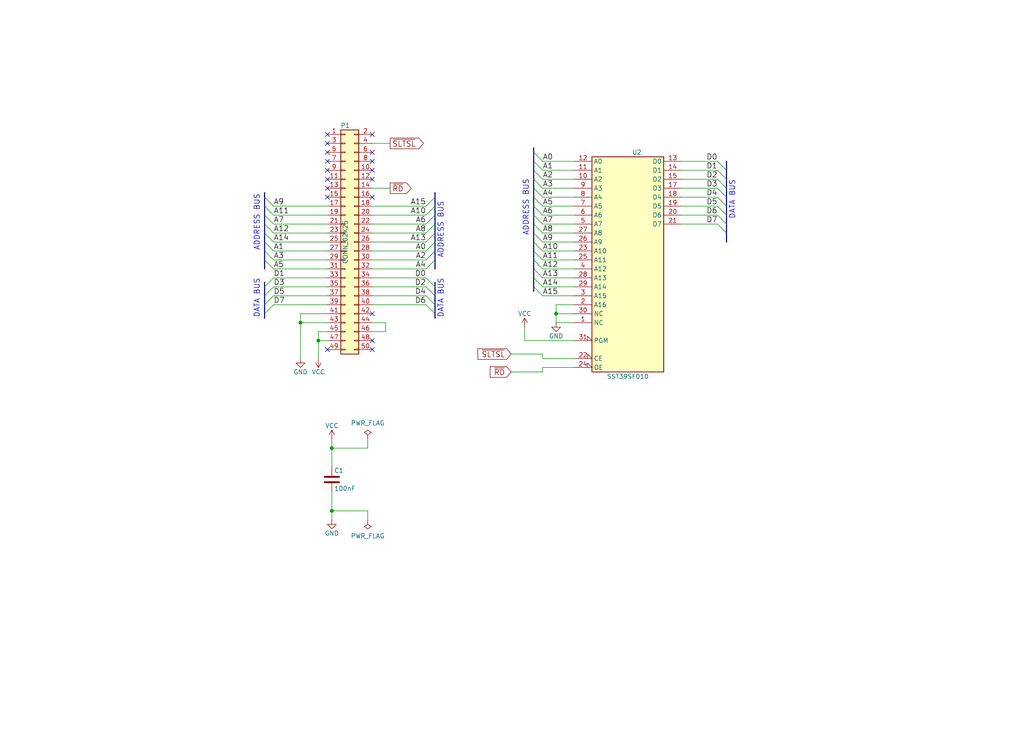
<source format=kicad_sch>
(kicad_sch (version 20211123) (generator eeschema)

  (uuid b24c67bf-acb7-486e-9d7b-fb513b8c7fc6)

  (paper "User" 289.992 210.007)

  (title_block
    (title "64KB ROM cartridge for MSX systems")
    (date "2016-01-14")
    (rev "01")
    (company "Alvaro Polo")
  )

  (lib_symbols
    (symbol "Connector_Generic:Conn_02x25_Odd_Even" (pin_names (offset 1.016) hide) (in_bom yes) (on_board yes)
      (property "Reference" "J" (id 0) (at 1.27 33.02 0)
        (effects (font (size 1.27 1.27)))
      )
      (property "Value" "Conn_02x25_Odd_Even" (id 1) (at 1.27 -33.02 0)
        (effects (font (size 1.27 1.27)))
      )
      (property "Footprint" "" (id 2) (at 0 0 0)
        (effects (font (size 1.27 1.27)) hide)
      )
      (property "Datasheet" "~" (id 3) (at 0 0 0)
        (effects (font (size 1.27 1.27)) hide)
      )
      (property "ki_keywords" "connector" (id 4) (at 0 0 0)
        (effects (font (size 1.27 1.27)) hide)
      )
      (property "ki_description" "Generic connector, double row, 02x25, odd/even pin numbering scheme (row 1 odd numbers, row 2 even numbers), script generated (kicad-library-utils/schlib/autogen/connector/)" (id 5) (at 0 0 0)
        (effects (font (size 1.27 1.27)) hide)
      )
      (property "ki_fp_filters" "Connector*:*_2x??_*" (id 6) (at 0 0 0)
        (effects (font (size 1.27 1.27)) hide)
      )
      (symbol "Conn_02x25_Odd_Even_1_1"
        (rectangle (start -1.27 -30.353) (end 0 -30.607)
          (stroke (width 0.1524) (type default) (color 0 0 0 0))
          (fill (type none))
        )
        (rectangle (start -1.27 -27.813) (end 0 -28.067)
          (stroke (width 0.1524) (type default) (color 0 0 0 0))
          (fill (type none))
        )
        (rectangle (start -1.27 -25.273) (end 0 -25.527)
          (stroke (width 0.1524) (type default) (color 0 0 0 0))
          (fill (type none))
        )
        (rectangle (start -1.27 -22.733) (end 0 -22.987)
          (stroke (width 0.1524) (type default) (color 0 0 0 0))
          (fill (type none))
        )
        (rectangle (start -1.27 -20.193) (end 0 -20.447)
          (stroke (width 0.1524) (type default) (color 0 0 0 0))
          (fill (type none))
        )
        (rectangle (start -1.27 -17.653) (end 0 -17.907)
          (stroke (width 0.1524) (type default) (color 0 0 0 0))
          (fill (type none))
        )
        (rectangle (start -1.27 -15.113) (end 0 -15.367)
          (stroke (width 0.1524) (type default) (color 0 0 0 0))
          (fill (type none))
        )
        (rectangle (start -1.27 -12.573) (end 0 -12.827)
          (stroke (width 0.1524) (type default) (color 0 0 0 0))
          (fill (type none))
        )
        (rectangle (start -1.27 -10.033) (end 0 -10.287)
          (stroke (width 0.1524) (type default) (color 0 0 0 0))
          (fill (type none))
        )
        (rectangle (start -1.27 -7.493) (end 0 -7.747)
          (stroke (width 0.1524) (type default) (color 0 0 0 0))
          (fill (type none))
        )
        (rectangle (start -1.27 -4.953) (end 0 -5.207)
          (stroke (width 0.1524) (type default) (color 0 0 0 0))
          (fill (type none))
        )
        (rectangle (start -1.27 -2.413) (end 0 -2.667)
          (stroke (width 0.1524) (type default) (color 0 0 0 0))
          (fill (type none))
        )
        (rectangle (start -1.27 0.127) (end 0 -0.127)
          (stroke (width 0.1524) (type default) (color 0 0 0 0))
          (fill (type none))
        )
        (rectangle (start -1.27 2.667) (end 0 2.413)
          (stroke (width 0.1524) (type default) (color 0 0 0 0))
          (fill (type none))
        )
        (rectangle (start -1.27 5.207) (end 0 4.953)
          (stroke (width 0.1524) (type default) (color 0 0 0 0))
          (fill (type none))
        )
        (rectangle (start -1.27 7.747) (end 0 7.493)
          (stroke (width 0.1524) (type default) (color 0 0 0 0))
          (fill (type none))
        )
        (rectangle (start -1.27 10.287) (end 0 10.033)
          (stroke (width 0.1524) (type default) (color 0 0 0 0))
          (fill (type none))
        )
        (rectangle (start -1.27 12.827) (end 0 12.573)
          (stroke (width 0.1524) (type default) (color 0 0 0 0))
          (fill (type none))
        )
        (rectangle (start -1.27 15.367) (end 0 15.113)
          (stroke (width 0.1524) (type default) (color 0 0 0 0))
          (fill (type none))
        )
        (rectangle (start -1.27 17.907) (end 0 17.653)
          (stroke (width 0.1524) (type default) (color 0 0 0 0))
          (fill (type none))
        )
        (rectangle (start -1.27 20.447) (end 0 20.193)
          (stroke (width 0.1524) (type default) (color 0 0 0 0))
          (fill (type none))
        )
        (rectangle (start -1.27 22.987) (end 0 22.733)
          (stroke (width 0.1524) (type default) (color 0 0 0 0))
          (fill (type none))
        )
        (rectangle (start -1.27 25.527) (end 0 25.273)
          (stroke (width 0.1524) (type default) (color 0 0 0 0))
          (fill (type none))
        )
        (rectangle (start -1.27 28.067) (end 0 27.813)
          (stroke (width 0.1524) (type default) (color 0 0 0 0))
          (fill (type none))
        )
        (rectangle (start -1.27 30.607) (end 0 30.353)
          (stroke (width 0.1524) (type default) (color 0 0 0 0))
          (fill (type none))
        )
        (rectangle (start -1.27 31.75) (end 3.81 -31.75)
          (stroke (width 0.254) (type default) (color 0 0 0 0))
          (fill (type background))
        )
        (rectangle (start 3.81 -30.353) (end 2.54 -30.607)
          (stroke (width 0.1524) (type default) (color 0 0 0 0))
          (fill (type none))
        )
        (rectangle (start 3.81 -27.813) (end 2.54 -28.067)
          (stroke (width 0.1524) (type default) (color 0 0 0 0))
          (fill (type none))
        )
        (rectangle (start 3.81 -25.273) (end 2.54 -25.527)
          (stroke (width 0.1524) (type default) (color 0 0 0 0))
          (fill (type none))
        )
        (rectangle (start 3.81 -22.733) (end 2.54 -22.987)
          (stroke (width 0.1524) (type default) (color 0 0 0 0))
          (fill (type none))
        )
        (rectangle (start 3.81 -20.193) (end 2.54 -20.447)
          (stroke (width 0.1524) (type default) (color 0 0 0 0))
          (fill (type none))
        )
        (rectangle (start 3.81 -17.653) (end 2.54 -17.907)
          (stroke (width 0.1524) (type default) (color 0 0 0 0))
          (fill (type none))
        )
        (rectangle (start 3.81 -15.113) (end 2.54 -15.367)
          (stroke (width 0.1524) (type default) (color 0 0 0 0))
          (fill (type none))
        )
        (rectangle (start 3.81 -12.573) (end 2.54 -12.827)
          (stroke (width 0.1524) (type default) (color 0 0 0 0))
          (fill (type none))
        )
        (rectangle (start 3.81 -10.033) (end 2.54 -10.287)
          (stroke (width 0.1524) (type default) (color 0 0 0 0))
          (fill (type none))
        )
        (rectangle (start 3.81 -7.493) (end 2.54 -7.747)
          (stroke (width 0.1524) (type default) (color 0 0 0 0))
          (fill (type none))
        )
        (rectangle (start 3.81 -4.953) (end 2.54 -5.207)
          (stroke (width 0.1524) (type default) (color 0 0 0 0))
          (fill (type none))
        )
        (rectangle (start 3.81 -2.413) (end 2.54 -2.667)
          (stroke (width 0.1524) (type default) (color 0 0 0 0))
          (fill (type none))
        )
        (rectangle (start 3.81 0.127) (end 2.54 -0.127)
          (stroke (width 0.1524) (type default) (color 0 0 0 0))
          (fill (type none))
        )
        (rectangle (start 3.81 2.667) (end 2.54 2.413)
          (stroke (width 0.1524) (type default) (color 0 0 0 0))
          (fill (type none))
        )
        (rectangle (start 3.81 5.207) (end 2.54 4.953)
          (stroke (width 0.1524) (type default) (color 0 0 0 0))
          (fill (type none))
        )
        (rectangle (start 3.81 7.747) (end 2.54 7.493)
          (stroke (width 0.1524) (type default) (color 0 0 0 0))
          (fill (type none))
        )
        (rectangle (start 3.81 10.287) (end 2.54 10.033)
          (stroke (width 0.1524) (type default) (color 0 0 0 0))
          (fill (type none))
        )
        (rectangle (start 3.81 12.827) (end 2.54 12.573)
          (stroke (width 0.1524) (type default) (color 0 0 0 0))
          (fill (type none))
        )
        (rectangle (start 3.81 15.367) (end 2.54 15.113)
          (stroke (width 0.1524) (type default) (color 0 0 0 0))
          (fill (type none))
        )
        (rectangle (start 3.81 17.907) (end 2.54 17.653)
          (stroke (width 0.1524) (type default) (color 0 0 0 0))
          (fill (type none))
        )
        (rectangle (start 3.81 20.447) (end 2.54 20.193)
          (stroke (width 0.1524) (type default) (color 0 0 0 0))
          (fill (type none))
        )
        (rectangle (start 3.81 22.987) (end 2.54 22.733)
          (stroke (width 0.1524) (type default) (color 0 0 0 0))
          (fill (type none))
        )
        (rectangle (start 3.81 25.527) (end 2.54 25.273)
          (stroke (width 0.1524) (type default) (color 0 0 0 0))
          (fill (type none))
        )
        (rectangle (start 3.81 28.067) (end 2.54 27.813)
          (stroke (width 0.1524) (type default) (color 0 0 0 0))
          (fill (type none))
        )
        (rectangle (start 3.81 30.607) (end 2.54 30.353)
          (stroke (width 0.1524) (type default) (color 0 0 0 0))
          (fill (type none))
        )
        (pin passive line (at -5.08 30.48 0) (length 3.81)
          (name "Pin_1" (effects (font (size 1.27 1.27))))
          (number "1" (effects (font (size 1.27 1.27))))
        )
        (pin passive line (at 7.62 20.32 180) (length 3.81)
          (name "Pin_10" (effects (font (size 1.27 1.27))))
          (number "10" (effects (font (size 1.27 1.27))))
        )
        (pin passive line (at -5.08 17.78 0) (length 3.81)
          (name "Pin_11" (effects (font (size 1.27 1.27))))
          (number "11" (effects (font (size 1.27 1.27))))
        )
        (pin passive line (at 7.62 17.78 180) (length 3.81)
          (name "Pin_12" (effects (font (size 1.27 1.27))))
          (number "12" (effects (font (size 1.27 1.27))))
        )
        (pin passive line (at -5.08 15.24 0) (length 3.81)
          (name "Pin_13" (effects (font (size 1.27 1.27))))
          (number "13" (effects (font (size 1.27 1.27))))
        )
        (pin passive line (at 7.62 15.24 180) (length 3.81)
          (name "Pin_14" (effects (font (size 1.27 1.27))))
          (number "14" (effects (font (size 1.27 1.27))))
        )
        (pin passive line (at -5.08 12.7 0) (length 3.81)
          (name "Pin_15" (effects (font (size 1.27 1.27))))
          (number "15" (effects (font (size 1.27 1.27))))
        )
        (pin passive line (at 7.62 12.7 180) (length 3.81)
          (name "Pin_16" (effects (font (size 1.27 1.27))))
          (number "16" (effects (font (size 1.27 1.27))))
        )
        (pin passive line (at -5.08 10.16 0) (length 3.81)
          (name "Pin_17" (effects (font (size 1.27 1.27))))
          (number "17" (effects (font (size 1.27 1.27))))
        )
        (pin passive line (at 7.62 10.16 180) (length 3.81)
          (name "Pin_18" (effects (font (size 1.27 1.27))))
          (number "18" (effects (font (size 1.27 1.27))))
        )
        (pin passive line (at -5.08 7.62 0) (length 3.81)
          (name "Pin_19" (effects (font (size 1.27 1.27))))
          (number "19" (effects (font (size 1.27 1.27))))
        )
        (pin passive line (at 7.62 30.48 180) (length 3.81)
          (name "Pin_2" (effects (font (size 1.27 1.27))))
          (number "2" (effects (font (size 1.27 1.27))))
        )
        (pin passive line (at 7.62 7.62 180) (length 3.81)
          (name "Pin_20" (effects (font (size 1.27 1.27))))
          (number "20" (effects (font (size 1.27 1.27))))
        )
        (pin passive line (at -5.08 5.08 0) (length 3.81)
          (name "Pin_21" (effects (font (size 1.27 1.27))))
          (number "21" (effects (font (size 1.27 1.27))))
        )
        (pin passive line (at 7.62 5.08 180) (length 3.81)
          (name "Pin_22" (effects (font (size 1.27 1.27))))
          (number "22" (effects (font (size 1.27 1.27))))
        )
        (pin passive line (at -5.08 2.54 0) (length 3.81)
          (name "Pin_23" (effects (font (size 1.27 1.27))))
          (number "23" (effects (font (size 1.27 1.27))))
        )
        (pin passive line (at 7.62 2.54 180) (length 3.81)
          (name "Pin_24" (effects (font (size 1.27 1.27))))
          (number "24" (effects (font (size 1.27 1.27))))
        )
        (pin passive line (at -5.08 0 0) (length 3.81)
          (name "Pin_25" (effects (font (size 1.27 1.27))))
          (number "25" (effects (font (size 1.27 1.27))))
        )
        (pin passive line (at 7.62 0 180) (length 3.81)
          (name "Pin_26" (effects (font (size 1.27 1.27))))
          (number "26" (effects (font (size 1.27 1.27))))
        )
        (pin passive line (at -5.08 -2.54 0) (length 3.81)
          (name "Pin_27" (effects (font (size 1.27 1.27))))
          (number "27" (effects (font (size 1.27 1.27))))
        )
        (pin passive line (at 7.62 -2.54 180) (length 3.81)
          (name "Pin_28" (effects (font (size 1.27 1.27))))
          (number "28" (effects (font (size 1.27 1.27))))
        )
        (pin passive line (at -5.08 -5.08 0) (length 3.81)
          (name "Pin_29" (effects (font (size 1.27 1.27))))
          (number "29" (effects (font (size 1.27 1.27))))
        )
        (pin passive line (at -5.08 27.94 0) (length 3.81)
          (name "Pin_3" (effects (font (size 1.27 1.27))))
          (number "3" (effects (font (size 1.27 1.27))))
        )
        (pin passive line (at 7.62 -5.08 180) (length 3.81)
          (name "Pin_30" (effects (font (size 1.27 1.27))))
          (number "30" (effects (font (size 1.27 1.27))))
        )
        (pin passive line (at -5.08 -7.62 0) (length 3.81)
          (name "Pin_31" (effects (font (size 1.27 1.27))))
          (number "31" (effects (font (size 1.27 1.27))))
        )
        (pin passive line (at 7.62 -7.62 180) (length 3.81)
          (name "Pin_32" (effects (font (size 1.27 1.27))))
          (number "32" (effects (font (size 1.27 1.27))))
        )
        (pin passive line (at -5.08 -10.16 0) (length 3.81)
          (name "Pin_33" (effects (font (size 1.27 1.27))))
          (number "33" (effects (font (size 1.27 1.27))))
        )
        (pin passive line (at 7.62 -10.16 180) (length 3.81)
          (name "Pin_34" (effects (font (size 1.27 1.27))))
          (number "34" (effects (font (size 1.27 1.27))))
        )
        (pin passive line (at -5.08 -12.7 0) (length 3.81)
          (name "Pin_35" (effects (font (size 1.27 1.27))))
          (number "35" (effects (font (size 1.27 1.27))))
        )
        (pin passive line (at 7.62 -12.7 180) (length 3.81)
          (name "Pin_36" (effects (font (size 1.27 1.27))))
          (number "36" (effects (font (size 1.27 1.27))))
        )
        (pin passive line (at -5.08 -15.24 0) (length 3.81)
          (name "Pin_37" (effects (font (size 1.27 1.27))))
          (number "37" (effects (font (size 1.27 1.27))))
        )
        (pin passive line (at 7.62 -15.24 180) (length 3.81)
          (name "Pin_38" (effects (font (size 1.27 1.27))))
          (number "38" (effects (font (size 1.27 1.27))))
        )
        (pin passive line (at -5.08 -17.78 0) (length 3.81)
          (name "Pin_39" (effects (font (size 1.27 1.27))))
          (number "39" (effects (font (size 1.27 1.27))))
        )
        (pin passive line (at 7.62 27.94 180) (length 3.81)
          (name "Pin_4" (effects (font (size 1.27 1.27))))
          (number "4" (effects (font (size 1.27 1.27))))
        )
        (pin passive line (at 7.62 -17.78 180) (length 3.81)
          (name "Pin_40" (effects (font (size 1.27 1.27))))
          (number "40" (effects (font (size 1.27 1.27))))
        )
        (pin passive line (at -5.08 -20.32 0) (length 3.81)
          (name "Pin_41" (effects (font (size 1.27 1.27))))
          (number "41" (effects (font (size 1.27 1.27))))
        )
        (pin passive line (at 7.62 -20.32 180) (length 3.81)
          (name "Pin_42" (effects (font (size 1.27 1.27))))
          (number "42" (effects (font (size 1.27 1.27))))
        )
        (pin passive line (at -5.08 -22.86 0) (length 3.81)
          (name "Pin_43" (effects (font (size 1.27 1.27))))
          (number "43" (effects (font (size 1.27 1.27))))
        )
        (pin passive line (at 7.62 -22.86 180) (length 3.81)
          (name "Pin_44" (effects (font (size 1.27 1.27))))
          (number "44" (effects (font (size 1.27 1.27))))
        )
        (pin passive line (at -5.08 -25.4 0) (length 3.81)
          (name "Pin_45" (effects (font (size 1.27 1.27))))
          (number "45" (effects (font (size 1.27 1.27))))
        )
        (pin passive line (at 7.62 -25.4 180) (length 3.81)
          (name "Pin_46" (effects (font (size 1.27 1.27))))
          (number "46" (effects (font (size 1.27 1.27))))
        )
        (pin passive line (at -5.08 -27.94 0) (length 3.81)
          (name "Pin_47" (effects (font (size 1.27 1.27))))
          (number "47" (effects (font (size 1.27 1.27))))
        )
        (pin passive line (at 7.62 -27.94 180) (length 3.81)
          (name "Pin_48" (effects (font (size 1.27 1.27))))
          (number "48" (effects (font (size 1.27 1.27))))
        )
        (pin passive line (at -5.08 -30.48 0) (length 3.81)
          (name "Pin_49" (effects (font (size 1.27 1.27))))
          (number "49" (effects (font (size 1.27 1.27))))
        )
        (pin passive line (at -5.08 25.4 0) (length 3.81)
          (name "Pin_5" (effects (font (size 1.27 1.27))))
          (number "5" (effects (font (size 1.27 1.27))))
        )
        (pin passive line (at 7.62 -30.48 180) (length 3.81)
          (name "Pin_50" (effects (font (size 1.27 1.27))))
          (number "50" (effects (font (size 1.27 1.27))))
        )
        (pin passive line (at 7.62 25.4 180) (length 3.81)
          (name "Pin_6" (effects (font (size 1.27 1.27))))
          (number "6" (effects (font (size 1.27 1.27))))
        )
        (pin passive line (at -5.08 22.86 0) (length 3.81)
          (name "Pin_7" (effects (font (size 1.27 1.27))))
          (number "7" (effects (font (size 1.27 1.27))))
        )
        (pin passive line (at 7.62 22.86 180) (length 3.81)
          (name "Pin_8" (effects (font (size 1.27 1.27))))
          (number "8" (effects (font (size 1.27 1.27))))
        )
        (pin passive line (at -5.08 20.32 0) (length 3.81)
          (name "Pin_9" (effects (font (size 1.27 1.27))))
          (number "9" (effects (font (size 1.27 1.27))))
        )
      )
    )
    (symbol "Device:C" (pin_numbers hide) (pin_names (offset 0.254)) (in_bom yes) (on_board yes)
      (property "Reference" "C" (id 0) (at 0.635 2.54 0)
        (effects (font (size 1.27 1.27)) (justify left))
      )
      (property "Value" "C" (id 1) (at 0.635 -2.54 0)
        (effects (font (size 1.27 1.27)) (justify left))
      )
      (property "Footprint" "" (id 2) (at 0.9652 -3.81 0)
        (effects (font (size 1.27 1.27)) hide)
      )
      (property "Datasheet" "~" (id 3) (at 0 0 0)
        (effects (font (size 1.27 1.27)) hide)
      )
      (property "ki_keywords" "cap capacitor" (id 4) (at 0 0 0)
        (effects (font (size 1.27 1.27)) hide)
      )
      (property "ki_description" "Unpolarized capacitor" (id 5) (at 0 0 0)
        (effects (font (size 1.27 1.27)) hide)
      )
      (property "ki_fp_filters" "C_*" (id 6) (at 0 0 0)
        (effects (font (size 1.27 1.27)) hide)
      )
      (symbol "C_0_1"
        (polyline
          (pts
            (xy -2.032 -0.762)
            (xy 2.032 -0.762)
          )
          (stroke (width 0.508) (type default) (color 0 0 0 0))
          (fill (type none))
        )
        (polyline
          (pts
            (xy -2.032 0.762)
            (xy 2.032 0.762)
          )
          (stroke (width 0.508) (type default) (color 0 0 0 0))
          (fill (type none))
        )
      )
      (symbol "C_1_1"
        (pin passive line (at 0 3.81 270) (length 2.794)
          (name "~" (effects (font (size 1.27 1.27))))
          (number "1" (effects (font (size 1.27 1.27))))
        )
        (pin passive line (at 0 -3.81 90) (length 2.794)
          (name "~" (effects (font (size 1.27 1.27))))
          (number "2" (effects (font (size 1.27 1.27))))
        )
      )
    )
    (symbol "Memory_Flash:SST39SF010" (in_bom yes) (on_board yes)
      (property "Reference" "U" (id 0) (at 2.54 33.02 0)
        (effects (font (size 1.27 1.27)))
      )
      (property "Value" "SST39SF010" (id 1) (at 0 -30.48 0)
        (effects (font (size 1.27 1.27)))
      )
      (property "Footprint" "" (id 2) (at 0 7.62 0)
        (effects (font (size 1.27 1.27)) hide)
      )
      (property "Datasheet" "http://ww1.microchip.com/downloads/en/DeviceDoc/25022B.pdf" (id 3) (at 0 7.62 0)
        (effects (font (size 1.27 1.27)) hide)
      )
      (property "ki_keywords" "128k flash rom" (id 4) (at 0 0 0)
        (effects (font (size 1.27 1.27)) hide)
      )
      (property "ki_description" "Silicon Storage Technology (SSF) 128k x 8 Flash ROM" (id 5) (at 0 0 0)
        (effects (font (size 1.27 1.27)) hide)
      )
      (symbol "SST39SF010_0_0"
        (pin power_in line (at 0 -30.48 90) (length 1.27) hide
          (name "GND" (effects (font (size 1.27 1.27))))
          (number "16" (effects (font (size 1.27 1.27))))
        )
        (pin power_in line (at 0 33.02 270) (length 1.27) hide
          (name "VCC" (effects (font (size 1.27 1.27))))
          (number "32" (effects (font (size 1.27 1.27))))
        )
      )
      (symbol "SST39SF010_0_1"
        (rectangle (start -10.16 31.75) (end 10.16 -29.21)
          (stroke (width 0.254) (type default) (color 0 0 0 0))
          (fill (type background))
        )
      )
      (symbol "SST39SF010_1_1"
        (pin input line (at -15.24 -15.24 0) (length 5.08)
          (name "NC" (effects (font (size 1.27 1.27))))
          (number "1" (effects (font (size 1.27 1.27))))
        )
        (pin input line (at -15.24 25.4 0) (length 5.08)
          (name "A2" (effects (font (size 1.27 1.27))))
          (number "10" (effects (font (size 1.27 1.27))))
        )
        (pin input line (at -15.24 27.94 0) (length 5.08)
          (name "A1" (effects (font (size 1.27 1.27))))
          (number "11" (effects (font (size 1.27 1.27))))
        )
        (pin input line (at -15.24 30.48 0) (length 5.08)
          (name "A0" (effects (font (size 1.27 1.27))))
          (number "12" (effects (font (size 1.27 1.27))))
        )
        (pin tri_state line (at 15.24 30.48 180) (length 5.08)
          (name "D0" (effects (font (size 1.27 1.27))))
          (number "13" (effects (font (size 1.27 1.27))))
        )
        (pin tri_state line (at 15.24 27.94 180) (length 5.08)
          (name "D1" (effects (font (size 1.27 1.27))))
          (number "14" (effects (font (size 1.27 1.27))))
        )
        (pin tri_state line (at 15.24 25.4 180) (length 5.08)
          (name "D2" (effects (font (size 1.27 1.27))))
          (number "15" (effects (font (size 1.27 1.27))))
        )
        (pin tri_state line (at 15.24 22.86 180) (length 5.08)
          (name "D3" (effects (font (size 1.27 1.27))))
          (number "17" (effects (font (size 1.27 1.27))))
        )
        (pin tri_state line (at 15.24 20.32 180) (length 5.08)
          (name "D4" (effects (font (size 1.27 1.27))))
          (number "18" (effects (font (size 1.27 1.27))))
        )
        (pin tri_state line (at 15.24 17.78 180) (length 5.08)
          (name "D5" (effects (font (size 1.27 1.27))))
          (number "19" (effects (font (size 1.27 1.27))))
        )
        (pin input line (at -15.24 -10.16 0) (length 5.08)
          (name "A16" (effects (font (size 1.27 1.27))))
          (number "2" (effects (font (size 1.27 1.27))))
        )
        (pin tri_state line (at 15.24 15.24 180) (length 5.08)
          (name "D6" (effects (font (size 1.27 1.27))))
          (number "20" (effects (font (size 1.27 1.27))))
        )
        (pin tri_state line (at 15.24 12.7 180) (length 5.08)
          (name "D7" (effects (font (size 1.27 1.27))))
          (number "21" (effects (font (size 1.27 1.27))))
        )
        (pin input input_low (at -15.24 -25.4 0) (length 5.08)
          (name "CE" (effects (font (size 1.27 1.27))))
          (number "22" (effects (font (size 1.27 1.27))))
        )
        (pin input line (at -15.24 5.08 0) (length 5.08)
          (name "A10" (effects (font (size 1.27 1.27))))
          (number "23" (effects (font (size 1.27 1.27))))
        )
        (pin input input_low (at -15.24 -27.94 0) (length 5.08)
          (name "OE" (effects (font (size 1.27 1.27))))
          (number "24" (effects (font (size 1.27 1.27))))
        )
        (pin input line (at -15.24 2.54 0) (length 5.08)
          (name "A11" (effects (font (size 1.27 1.27))))
          (number "25" (effects (font (size 1.27 1.27))))
        )
        (pin input line (at -15.24 7.62 0) (length 5.08)
          (name "A9" (effects (font (size 1.27 1.27))))
          (number "26" (effects (font (size 1.27 1.27))))
        )
        (pin input line (at -15.24 10.16 0) (length 5.08)
          (name "A8" (effects (font (size 1.27 1.27))))
          (number "27" (effects (font (size 1.27 1.27))))
        )
        (pin input line (at -15.24 -2.54 0) (length 5.08)
          (name "A13" (effects (font (size 1.27 1.27))))
          (number "28" (effects (font (size 1.27 1.27))))
        )
        (pin input line (at -15.24 -5.08 0) (length 5.08)
          (name "A14" (effects (font (size 1.27 1.27))))
          (number "29" (effects (font (size 1.27 1.27))))
        )
        (pin input line (at -15.24 -7.62 0) (length 5.08)
          (name "A15" (effects (font (size 1.27 1.27))))
          (number "3" (effects (font (size 1.27 1.27))))
        )
        (pin input line (at -15.24 -12.7 0) (length 5.08)
          (name "NC" (effects (font (size 1.27 1.27))))
          (number "30" (effects (font (size 1.27 1.27))))
        )
        (pin input input_low (at -15.24 -20.32 0) (length 5.08)
          (name "PGM" (effects (font (size 1.27 1.27))))
          (number "31" (effects (font (size 1.27 1.27))))
        )
        (pin input line (at -15.24 0 0) (length 5.08)
          (name "A12" (effects (font (size 1.27 1.27))))
          (number "4" (effects (font (size 1.27 1.27))))
        )
        (pin input line (at -15.24 12.7 0) (length 5.08)
          (name "A7" (effects (font (size 1.27 1.27))))
          (number "5" (effects (font (size 1.27 1.27))))
        )
        (pin input line (at -15.24 15.24 0) (length 5.08)
          (name "A6" (effects (font (size 1.27 1.27))))
          (number "6" (effects (font (size 1.27 1.27))))
        )
        (pin input line (at -15.24 17.78 0) (length 5.08)
          (name "A5" (effects (font (size 1.27 1.27))))
          (number "7" (effects (font (size 1.27 1.27))))
        )
        (pin input line (at -15.24 20.32 0) (length 5.08)
          (name "A4" (effects (font (size 1.27 1.27))))
          (number "8" (effects (font (size 1.27 1.27))))
        )
        (pin input line (at -15.24 22.86 0) (length 5.08)
          (name "A3" (effects (font (size 1.27 1.27))))
          (number "9" (effects (font (size 1.27 1.27))))
        )
      )
    )
    (symbol "power:GND" (power) (pin_names (offset 0)) (in_bom yes) (on_board yes)
      (property "Reference" "#PWR" (id 0) (at 0 -6.35 0)
        (effects (font (size 1.27 1.27)) hide)
      )
      (property "Value" "GND" (id 1) (at 0 -3.81 0)
        (effects (font (size 1.27 1.27)))
      )
      (property "Footprint" "" (id 2) (at 0 0 0)
        (effects (font (size 1.27 1.27)) hide)
      )
      (property "Datasheet" "" (id 3) (at 0 0 0)
        (effects (font (size 1.27 1.27)) hide)
      )
      (property "ki_keywords" "power-flag" (id 4) (at 0 0 0)
        (effects (font (size 1.27 1.27)) hide)
      )
      (property "ki_description" "Power symbol creates a global label with name \"GND\" , ground" (id 5) (at 0 0 0)
        (effects (font (size 1.27 1.27)) hide)
      )
      (symbol "GND_0_1"
        (polyline
          (pts
            (xy 0 0)
            (xy 0 -1.27)
            (xy 1.27 -1.27)
            (xy 0 -2.54)
            (xy -1.27 -1.27)
            (xy 0 -1.27)
          )
          (stroke (width 0) (type default) (color 0 0 0 0))
          (fill (type none))
        )
      )
      (symbol "GND_1_1"
        (pin power_in line (at 0 0 270) (length 0) hide
          (name "GND" (effects (font (size 1.27 1.27))))
          (number "1" (effects (font (size 1.27 1.27))))
        )
      )
    )
    (symbol "power:PWR_FLAG" (power) (pin_numbers hide) (pin_names (offset 0) hide) (in_bom yes) (on_board yes)
      (property "Reference" "#FLG" (id 0) (at 0 1.905 0)
        (effects (font (size 1.27 1.27)) hide)
      )
      (property "Value" "PWR_FLAG" (id 1) (at 0 3.81 0)
        (effects (font (size 1.27 1.27)))
      )
      (property "Footprint" "" (id 2) (at 0 0 0)
        (effects (font (size 1.27 1.27)) hide)
      )
      (property "Datasheet" "~" (id 3) (at 0 0 0)
        (effects (font (size 1.27 1.27)) hide)
      )
      (property "ki_keywords" "power-flag" (id 4) (at 0 0 0)
        (effects (font (size 1.27 1.27)) hide)
      )
      (property "ki_description" "Special symbol for telling ERC where power comes from" (id 5) (at 0 0 0)
        (effects (font (size 1.27 1.27)) hide)
      )
      (symbol "PWR_FLAG_0_0"
        (pin power_out line (at 0 0 90) (length 0)
          (name "pwr" (effects (font (size 1.27 1.27))))
          (number "1" (effects (font (size 1.27 1.27))))
        )
      )
      (symbol "PWR_FLAG_0_1"
        (polyline
          (pts
            (xy 0 0)
            (xy 0 1.27)
            (xy -1.016 1.905)
            (xy 0 2.54)
            (xy 1.016 1.905)
            (xy 0 1.27)
          )
          (stroke (width 0) (type default) (color 0 0 0 0))
          (fill (type none))
        )
      )
    )
    (symbol "power:VCC" (power) (pin_names (offset 0)) (in_bom yes) (on_board yes)
      (property "Reference" "#PWR" (id 0) (at 0 -3.81 0)
        (effects (font (size 1.27 1.27)) hide)
      )
      (property "Value" "VCC" (id 1) (at 0 3.81 0)
        (effects (font (size 1.27 1.27)))
      )
      (property "Footprint" "" (id 2) (at 0 0 0)
        (effects (font (size 1.27 1.27)) hide)
      )
      (property "Datasheet" "" (id 3) (at 0 0 0)
        (effects (font (size 1.27 1.27)) hide)
      )
      (property "ki_keywords" "power-flag" (id 4) (at 0 0 0)
        (effects (font (size 1.27 1.27)) hide)
      )
      (property "ki_description" "Power symbol creates a global label with name \"VCC\"" (id 5) (at 0 0 0)
        (effects (font (size 1.27 1.27)) hide)
      )
      (symbol "VCC_0_1"
        (polyline
          (pts
            (xy -0.762 1.27)
            (xy 0 2.54)
          )
          (stroke (width 0) (type default) (color 0 0 0 0))
          (fill (type none))
        )
        (polyline
          (pts
            (xy 0 0)
            (xy 0 2.54)
          )
          (stroke (width 0) (type default) (color 0 0 0 0))
          (fill (type none))
        )
        (polyline
          (pts
            (xy 0 2.54)
            (xy 0.762 1.27)
          )
          (stroke (width 0) (type default) (color 0 0 0 0))
          (fill (type none))
        )
      )
      (symbol "VCC_1_1"
        (pin power_in line (at 0 0 90) (length 0) hide
          (name "VCC" (effects (font (size 1.27 1.27))))
          (number "1" (effects (font (size 1.27 1.27))))
        )
      )
    )
  )

  (junction (at 93.98 127) (diameter 0) (color 0 0 0 0)
    (uuid 2765a021-71f1-4136-b72b-81c2c6882946)
  )
  (junction (at 85.09 91.44) (diameter 0) (color 0 0 0 0)
    (uuid 5641be26-f5e9-482f-8616-297f17f4eae2)
  )
  (junction (at 157.48 88.9) (diameter 0) (color 0 0 0 0)
    (uuid 8efe6411-1919-4082-b5b8-393585e068c8)
  )
  (junction (at 90.17 96.52) (diameter 0) (color 0 0 0 0)
    (uuid cd2580a0-9e4c-4895-a13c-3b2ee33bafc4)
  )
  (junction (at 93.98 144.78) (diameter 0) (color 0 0 0 0)
    (uuid f66bb685-9833-454c-bf31-b96598f50347)
  )

  (no_connect (at 105.41 55.88) (uuid 01109662-12b4-48a3-b68d-624008909c2a))
  (no_connect (at 92.71 55.88) (uuid 0e166909-afb5-4d70-a00b-dd78cd09b084))
  (no_connect (at 105.41 48.26) (uuid 1b5a32e4-0b8e-4f38-b679-71dc277c2087))
  (no_connect (at 105.41 38.1) (uuid 414f80f7-b2d5-43c3-a018-819efe44fe30))
  (no_connect (at 105.41 43.18) (uuid 494d4ce3-60c4-4021-8bd1-ab41a12b14ed))
  (no_connect (at 105.41 50.8) (uuid 5a889284-4c9f-49be-8f02-e43e18550914))
  (no_connect (at 105.41 96.52) (uuid 621c8eb9-ae87-439a-b350-badb5d559a5a))
  (no_connect (at 105.41 99.06) (uuid 72cc7949-68f8-4ef8-adcb-a65c1d042672))
  (no_connect (at 105.41 45.72) (uuid 84febc35-87fd-4cad-8e04-2b66390cfc12))
  (no_connect (at 92.71 38.1) (uuid a419542a-0c78-421e-9ac7-81d3afba6186))
  (no_connect (at 92.71 45.72) (uuid a67dbe3b-ec7d-4ea5-b0e5-715c5263d8da))
  (no_connect (at 105.41 88.9) (uuid b2001159-b6cb-4000-85f5-34f6c410920f))
  (no_connect (at 92.71 43.18) (uuid bc1d5740-b0c7-4566-95b0-470ac47a1fb3))
  (no_connect (at 92.71 40.64) (uuid c480dba7-51ff-4a4f-9251-e48b2784c64a))
  (no_connect (at 92.71 53.34) (uuid dc7523a5-4408-4a51-bc92-6a47a538c094))
  (no_connect (at 92.71 48.26) (uuid eb1b2aa2-a3cc-4a96-87ec-70fcae365f0f))
  (no_connect (at 92.71 50.8) (uuid eb7e294c-b398-413b-8b78-85a66ed5f3ea))
  (no_connect (at 92.71 99.06) (uuid f74eb612-4697-4cb4-afe4-9f94828b954d))

  (bus_entry (at 203.2 55.88) (size 2.54 2.54)
    (stroke (width 0) (type default) (color 0 0 0 0))
    (uuid 0cc094e7-c1c0-457d-bd94-3db91c23be55)
  )
  (bus_entry (at 151.13 66.04) (size 2.54 2.54)
    (stroke (width 0) (type default) (color 0 0 0 0))
    (uuid 0f62e92c-dce6-45dc-a560-b9db10f66ff3)
  )
  (bus_entry (at 151.13 73.66) (size 2.54 2.54)
    (stroke (width 0) (type default) (color 0 0 0 0))
    (uuid 22ab392d-1989-4185-9178-8083812ea067)
  )
  (bus_entry (at 151.13 58.42) (size 2.54 2.54)
    (stroke (width 0) (type default) (color 0 0 0 0))
    (uuid 2938bf2d-2d32-4cb0-9d4d-563ea28ffffa)
  )
  (bus_entry (at 120.65 73.66) (size 2.54 -2.54)
    (stroke (width 0) (type default) (color 0 0 0 0))
    (uuid 2c488362-c230-4f6d-82f9-a229b1171a23)
  )
  (bus_entry (at 74.93 60.96) (size 2.54 2.54)
    (stroke (width 0) (type default) (color 0 0 0 0))
    (uuid 2d0d333a-99a0-4575-9433-710c8cc7ac0b)
  )
  (bus_entry (at 120.65 78.74) (size 2.54 2.54)
    (stroke (width 0) (type default) (color 0 0 0 0))
    (uuid 2d4d8c24-5b38-445b-8733-2a81ba21d33e)
  )
  (bus_entry (at 203.2 48.26) (size 2.54 2.54)
    (stroke (width 0) (type default) (color 0 0 0 0))
    (uuid 341dde39-440e-4d05-8def-6a5cecefd88c)
  )
  (bus_entry (at 120.65 63.5) (size 2.54 -2.54)
    (stroke (width 0) (type default) (color 0 0 0 0))
    (uuid 42bd0f96-a831-406e-abb7-03ed1bbd785f)
  )
  (bus_entry (at 151.13 63.5) (size 2.54 2.54)
    (stroke (width 0) (type default) (color 0 0 0 0))
    (uuid 53fda1fb-12bd-4536-80e1-aab5c0e3fc58)
  )
  (bus_entry (at 151.13 78.74) (size 2.54 2.54)
    (stroke (width 0) (type default) (color 0 0 0 0))
    (uuid 56f0a67a-a93a-477a-9778-70fe2cfeeb5a)
  )
  (bus_entry (at 120.65 60.96) (size 2.54 -2.54)
    (stroke (width 0) (type default) (color 0 0 0 0))
    (uuid 57543893-39bf-4d83-b4e0-8d020b4a6d48)
  )
  (bus_entry (at 74.93 55.88) (size 2.54 2.54)
    (stroke (width 0) (type default) (color 0 0 0 0))
    (uuid 629fdb7a-7978-43d0-987e-b84465775826)
  )
  (bus_entry (at 74.93 88.9) (size 2.54 -2.54)
    (stroke (width 0) (type default) (color 0 0 0 0))
    (uuid 64256223-cf3b-4a78-97d3-f1dca769968f)
  )
  (bus_entry (at 203.2 53.34) (size 2.54 2.54)
    (stroke (width 0) (type default) (color 0 0 0 0))
    (uuid 680c3e83-f590-4924-85a1-36d51b076683)
  )
  (bus_entry (at 74.93 81.28) (size 2.54 -2.54)
    (stroke (width 0) (type default) (color 0 0 0 0))
    (uuid 6aa022fb-09ce-49d9-86b1-c73b3ee817e2)
  )
  (bus_entry (at 151.13 71.12) (size 2.54 2.54)
    (stroke (width 0) (type default) (color 0 0 0 0))
    (uuid 6fd21292-6577-40e1-bbda-18906b5e9f6f)
  )
  (bus_entry (at 74.93 63.5) (size 2.54 2.54)
    (stroke (width 0) (type default) (color 0 0 0 0))
    (uuid 7c6e532b-1afd-48d4-9389-2942dcbc7c3c)
  )
  (bus_entry (at 74.93 83.82) (size 2.54 -2.54)
    (stroke (width 0) (type default) (color 0 0 0 0))
    (uuid 7e498af5-a41b-4f8f-8a13-10c00a9160aa)
  )
  (bus_entry (at 151.13 48.26) (size 2.54 2.54)
    (stroke (width 0) (type default) (color 0 0 0 0))
    (uuid 87a0ffb1-5477-4b20-a3ac-fef5af129a33)
  )
  (bus_entry (at 151.13 55.88) (size 2.54 2.54)
    (stroke (width 0) (type default) (color 0 0 0 0))
    (uuid 89bd1fdd-6a91-474e-8495-7a2ba7eb6260)
  )
  (bus_entry (at 120.65 76.2) (size 2.54 -2.54)
    (stroke (width 0) (type default) (color 0 0 0 0))
    (uuid 89df70f4-3579-42b9-861e-6beb04a3b25e)
  )
  (bus_entry (at 151.13 53.34) (size 2.54 2.54)
    (stroke (width 0) (type default) (color 0 0 0 0))
    (uuid 8b022692-69b7-4bd6-bf38-57edecf356fa)
  )
  (bus_entry (at 120.65 68.58) (size 2.54 -2.54)
    (stroke (width 0) (type default) (color 0 0 0 0))
    (uuid 8cb5a828-8cef-4784-b78d-175b49646952)
  )
  (bus_entry (at 151.13 60.96) (size 2.54 2.54)
    (stroke (width 0) (type default) (color 0 0 0 0))
    (uuid 929c74c0-78bf-4efe-a778-fa328e951865)
  )
  (bus_entry (at 120.65 66.04) (size 2.54 -2.54)
    (stroke (width 0) (type default) (color 0 0 0 0))
    (uuid 9bb406d9-c650-4e67-9a26-3195d4de542e)
  )
  (bus_entry (at 203.2 60.96) (size 2.54 2.54)
    (stroke (width 0) (type default) (color 0 0 0 0))
    (uuid 9c0314b1-f82f-432d-95a0-65e191202552)
  )
  (bus_entry (at 120.65 58.42) (size 2.54 -2.54)
    (stroke (width 0) (type default) (color 0 0 0 0))
    (uuid 9c5933cf-1535-4465-90dd-da9b75afcdcf)
  )
  (bus_entry (at 120.65 81.28) (size 2.54 2.54)
    (stroke (width 0) (type default) (color 0 0 0 0))
    (uuid a10b569c-d672-485d-9c05-2cb4795deeca)
  )
  (bus_entry (at 151.13 43.18) (size 2.54 2.54)
    (stroke (width 0) (type default) (color 0 0 0 0))
    (uuid a4541b62-7a39-4707-9c6f-80dce1be9cee)
  )
  (bus_entry (at 120.65 71.12) (size 2.54 -2.54)
    (stroke (width 0) (type default) (color 0 0 0 0))
    (uuid a5e6f7cb-0a81-4357-a11f-231d23300342)
  )
  (bus_entry (at 151.13 81.28) (size 2.54 2.54)
    (stroke (width 0) (type default) (color 0 0 0 0))
    (uuid a819bf9a-0c8b-443a-b488-e5f1395d77ad)
  )
  (bus_entry (at 120.65 86.36) (size 2.54 2.54)
    (stroke (width 0) (type default) (color 0 0 0 0))
    (uuid b21625e3-a75b-41d7-9f13-4c0e12ba16cb)
  )
  (bus_entry (at 74.93 71.12) (size 2.54 2.54)
    (stroke (width 0) (type default) (color 0 0 0 0))
    (uuid b4675fcd-90dd-499b-8feb-46b51a88378c)
  )
  (bus_entry (at 203.2 63.5) (size 2.54 2.54)
    (stroke (width 0) (type default) (color 0 0 0 0))
    (uuid b632afec-1444-4246-8afb-cc14a57567e7)
  )
  (bus_entry (at 151.13 45.72) (size 2.54 2.54)
    (stroke (width 0) (type default) (color 0 0 0 0))
    (uuid b9c0c276-e6f1-47dd-b072-0f92904248ca)
  )
  (bus_entry (at 203.2 58.42) (size 2.54 2.54)
    (stroke (width 0) (type default) (color 0 0 0 0))
    (uuid be030c62-e776-405f-97d8-4a4c1aa2e428)
  )
  (bus_entry (at 151.13 50.8) (size 2.54 2.54)
    (stroke (width 0) (type default) (color 0 0 0 0))
    (uuid c62adb8b-b306-48da-b0ae-f6a287e54f62)
  )
  (bus_entry (at 74.93 66.04) (size 2.54 2.54)
    (stroke (width 0) (type default) (color 0 0 0 0))
    (uuid d53baa32-ba88-4646-9db3-0e9b0f0da4f0)
  )
  (bus_entry (at 151.13 76.2) (size 2.54 2.54)
    (stroke (width 0) (type default) (color 0 0 0 0))
    (uuid d5a7688c-7438-4b6d-999f-4f2a3cb18fd6)
  )
  (bus_entry (at 120.65 83.82) (size 2.54 2.54)
    (stroke (width 0) (type default) (color 0 0 0 0))
    (uuid db902262-2864-4997-aeff-8abaa132424a)
  )
  (bus_entry (at 74.93 86.36) (size 2.54 -2.54)
    (stroke (width 0) (type default) (color 0 0 0 0))
    (uuid df93f76b-86da-45ae-87e2-4b691af12b00)
  )
  (bus_entry (at 74.93 58.42) (size 2.54 2.54)
    (stroke (width 0) (type default) (color 0 0 0 0))
    (uuid df9a1242-2d73-4343-b170-237bc9a8080f)
  )
  (bus_entry (at 203.2 50.8) (size 2.54 2.54)
    (stroke (width 0) (type default) (color 0 0 0 0))
    (uuid e07e1653-d05d-4bf2-bea3-6515a06de065)
  )
  (bus_entry (at 203.2 45.72) (size 2.54 2.54)
    (stroke (width 0) (type default) (color 0 0 0 0))
    (uuid e7893166-2c2c-41b4-bd84-76ebc2e06551)
  )
  (bus_entry (at 74.93 68.58) (size 2.54 2.54)
    (stroke (width 0) (type default) (color 0 0 0 0))
    (uuid ef3dded2-639c-45d4-8076-84cfb5189592)
  )
  (bus_entry (at 151.13 68.58) (size 2.54 2.54)
    (stroke (width 0) (type default) (color 0 0 0 0))
    (uuid f030cfe8-f922-4a12-a58d-2ff6e60a9bb9)
  )
  (bus_entry (at 74.93 73.66) (size 2.54 2.54)
    (stroke (width 0) (type default) (color 0 0 0 0))
    (uuid ff2f00dc-dff2-4a19-af27-f5c793a8d261)
  )

  (bus (pts (xy 151.13 81.28) (xy 151.13 82.55))
    (stroke (width 0) (type default) (color 0 0 0 0))
    (uuid 009b0d62-e9ea-4825-9fdf-befd291c76ce)
  )
  (bus (pts (xy 151.13 45.72) (xy 151.13 48.26))
    (stroke (width 0) (type default) (color 0 0 0 0))
    (uuid 017667a9-f5de-49c7-af53-4f9af2f3a311)
  )

  (wire (pts (xy 203.2 60.96) (xy 193.04 60.96))
    (stroke (width 0) (type default) (color 0 0 0 0))
    (uuid 01c59306-91a3-452b-92b5-9af8f8f257d6)
  )
  (wire (pts (xy 105.41 83.82) (xy 120.65 83.82))
    (stroke (width 0) (type default) (color 0 0 0 0))
    (uuid 080d9101-9358-49a2-b01f-5b5775ccd6d2)
  )
  (wire (pts (xy 93.98 144.78) (xy 93.98 147.32))
    (stroke (width 0) (type default) (color 0 0 0 0))
    (uuid 08926936-9ea4-4894-afca-caca47f3c238)
  )
  (wire (pts (xy 105.41 40.64) (xy 110.49 40.64))
    (stroke (width 0) (type default) (color 0 0 0 0))
    (uuid 092934a5-6144-4c60-a22d-d3225ca3887d)
  )
  (bus (pts (xy 205.74 60.96) (xy 205.74 63.5))
    (stroke (width 0) (type default) (color 0 0 0 0))
    (uuid 094dc71e-7ea9-4e30-8ba7-749216ec2a8b)
  )
  (bus (pts (xy 123.19 54.61) (xy 123.19 55.88))
    (stroke (width 0) (type default) (color 0 0 0 0))
    (uuid 0a79db37-f1d9-40b1-a24d-8bdfb8f637e2)
  )

  (wire (pts (xy 153.67 104.14) (xy 162.56 104.14))
    (stroke (width 0) (type default) (color 0 0 0 0))
    (uuid 0f9b475c-adb7-41fc-b827-33d4eaa86b99)
  )
  (bus (pts (xy 74.93 81.28) (xy 74.93 83.82))
    (stroke (width 0) (type default) (color 0 0 0 0))
    (uuid 1053b01a-057e-4e79-a21c-42780a737ea9)
  )
  (bus (pts (xy 74.93 66.04) (xy 74.93 68.58))
    (stroke (width 0) (type default) (color 0 0 0 0))
    (uuid 105d44ff-63b9-4299-9078-473af583971a)
  )

  (wire (pts (xy 105.41 86.36) (xy 120.65 86.36))
    (stroke (width 0) (type default) (color 0 0 0 0))
    (uuid 139327e4-e3f8-4417-91b0-4d9fd21d0f7a)
  )
  (wire (pts (xy 153.67 50.8) (xy 162.56 50.8))
    (stroke (width 0) (type default) (color 0 0 0 0))
    (uuid 15a5a11b-0ea1-4f6e-b356-cc2d530615ed)
  )
  (wire (pts (xy 105.41 60.96) (xy 120.65 60.96))
    (stroke (width 0) (type default) (color 0 0 0 0))
    (uuid 16816303-719e-4942-bd87-0795a3cc85bc)
  )
  (bus (pts (xy 205.74 58.42) (xy 205.74 60.96))
    (stroke (width 0) (type default) (color 0 0 0 0))
    (uuid 186c3f1e-1c94-498e-abf2-1069980f6633)
  )

  (wire (pts (xy 77.47 76.2) (xy 92.71 76.2))
    (stroke (width 0) (type default) (color 0 0 0 0))
    (uuid 188eabba-12a3-47b7-9be1-03f0c5a948eb)
  )
  (bus (pts (xy 123.19 86.36) (xy 123.19 88.9))
    (stroke (width 0) (type default) (color 0 0 0 0))
    (uuid 1ae3634a-f90f-4c6a-8ba7-b38f98d4ccb2)
  )
  (bus (pts (xy 123.19 71.12) (xy 123.19 73.66))
    (stroke (width 0) (type default) (color 0 0 0 0))
    (uuid 1d9dc91c-3457-4ca5-8e42-43be60ae0831)
  )

  (wire (pts (xy 90.17 96.52) (xy 90.17 101.6))
    (stroke (width 0) (type default) (color 0 0 0 0))
    (uuid 21ca1c08-b8a3-4bdc-9356-70a4d86ee444)
  )
  (wire (pts (xy 105.41 73.66) (xy 120.65 73.66))
    (stroke (width 0) (type default) (color 0 0 0 0))
    (uuid 23f05ae1-ad13-4565-bfc3-d9d631d4143c)
  )
  (wire (pts (xy 162.56 58.42) (xy 153.67 58.42))
    (stroke (width 0) (type default) (color 0 0 0 0))
    (uuid 24a492d9-25a9-4fba-b51b-3effb576b351)
  )
  (wire (pts (xy 153.67 101.6) (xy 153.67 100.33))
    (stroke (width 0) (type default) (color 0 0 0 0))
    (uuid 24fd922c-d488-4d61-b6dc-9d3e359ccc82)
  )
  (bus (pts (xy 151.13 41.91) (xy 151.13 43.18))
    (stroke (width 0) (type default) (color 0 0 0 0))
    (uuid 26296271-780a-4da9-8e69-910d9240bca1)
  )
  (bus (pts (xy 205.74 66.04) (xy 205.74 68.58))
    (stroke (width 0) (type default) (color 0 0 0 0))
    (uuid 28d267fd-6d61-43bb-9705-8d59d7a44e81)
  )
  (bus (pts (xy 123.19 63.5) (xy 123.19 66.04))
    (stroke (width 0) (type default) (color 0 0 0 0))
    (uuid 2a4f1c24-6486-4fd8-8092-72bb07a81274)
  )

  (wire (pts (xy 92.71 96.52) (xy 90.17 96.52))
    (stroke (width 0) (type default) (color 0 0 0 0))
    (uuid 2ad4b4ba-3abd-4313-bed9-1edce936a95e)
  )
  (bus (pts (xy 123.19 60.96) (xy 123.19 63.5))
    (stroke (width 0) (type default) (color 0 0 0 0))
    (uuid 2c10387c-3cac-4a7c-bbfb-95d69f41a890)
  )

  (wire (pts (xy 77.47 58.42) (xy 92.71 58.42))
    (stroke (width 0) (type default) (color 0 0 0 0))
    (uuid 2f33286e-7553-4442-acf0-23c61fcd6ab0)
  )
  (wire (pts (xy 77.47 60.96) (xy 92.71 60.96))
    (stroke (width 0) (type default) (color 0 0 0 0))
    (uuid 2f5467a7-bd49-433c-92f2-60a842e66f7b)
  )
  (bus (pts (xy 151.13 73.66) (xy 151.13 76.2))
    (stroke (width 0) (type default) (color 0 0 0 0))
    (uuid 3273ec61-4a33-41c2-82bf-cde7c8587c1b)
  )
  (bus (pts (xy 151.13 50.8) (xy 151.13 53.34))
    (stroke (width 0) (type default) (color 0 0 0 0))
    (uuid 3382bf79-b686-4aeb-9419-c8ab591662bb)
  )
  (bus (pts (xy 74.93 68.58) (xy 74.93 71.12))
    (stroke (width 0) (type default) (color 0 0 0 0))
    (uuid 341e67eb-d5e1-4cb7-9d11-5aa4ab832a2a)
  )

  (wire (pts (xy 105.41 58.42) (xy 120.65 58.42))
    (stroke (width 0) (type default) (color 0 0 0 0))
    (uuid 35d5b942-06db-449e-897c-b134d9e8d218)
  )
  (wire (pts (xy 105.41 66.04) (xy 120.65 66.04))
    (stroke (width 0) (type default) (color 0 0 0 0))
    (uuid 38d6ca6b-0b03-4a18-b388-f8163815427f)
  )
  (wire (pts (xy 162.56 73.66) (xy 153.67 73.66))
    (stroke (width 0) (type default) (color 0 0 0 0))
    (uuid 3bb9c3d4-9a6f-41ac-8d1e-92ed4fe334c0)
  )
  (bus (pts (xy 205.74 45.72) (xy 205.74 48.26))
    (stroke (width 0) (type default) (color 0 0 0 0))
    (uuid 3f43c2dc-daa2-45ba-b8ca-7ae5aebed882)
  )

  (wire (pts (xy 77.47 66.04) (xy 92.71 66.04))
    (stroke (width 0) (type default) (color 0 0 0 0))
    (uuid 41524d81-a7f7-45af-a8c6-15609b68d1fd)
  )
  (bus (pts (xy 74.93 60.96) (xy 74.93 63.5))
    (stroke (width 0) (type default) (color 0 0 0 0))
    (uuid 41ab46ed-40f5-461d-81aa-1f02dc069a49)
  )

  (wire (pts (xy 153.67 71.12) (xy 162.56 71.12))
    (stroke (width 0) (type default) (color 0 0 0 0))
    (uuid 45484f82-420e-44d0-a58e-382bb939dac5)
  )
  (wire (pts (xy 157.48 88.9) (xy 157.48 91.44))
    (stroke (width 0) (type default) (color 0 0 0 0))
    (uuid 45836d49-cd5f-417d-b0f6-c8b43d196a36)
  )
  (wire (pts (xy 92.71 91.44) (xy 85.09 91.44))
    (stroke (width 0) (type default) (color 0 0 0 0))
    (uuid 45a58c23-3e6d-4df0-af01-6d5948b0075c)
  )
  (bus (pts (xy 74.93 80.01) (xy 74.93 81.28))
    (stroke (width 0) (type default) (color 0 0 0 0))
    (uuid 48034820-9d25-4020-8e74-d44c1441e803)
  )
  (bus (pts (xy 151.13 43.18) (xy 151.13 45.72))
    (stroke (width 0) (type default) (color 0 0 0 0))
    (uuid 4c144ffa-02d0-42da-aef1-f5175cbde9c0)
  )

  (wire (pts (xy 105.41 68.58) (xy 120.65 68.58))
    (stroke (width 0) (type default) (color 0 0 0 0))
    (uuid 4ce464fd-1d27-4c03-a70b-f9e1884fb3e4)
  )
  (wire (pts (xy 148.59 92.71) (xy 148.59 96.52))
    (stroke (width 0) (type default) (color 0 0 0 0))
    (uuid 4ef07d45-f940-4cb6-bb96-2ddec13fd099)
  )
  (bus (pts (xy 151.13 71.12) (xy 151.13 73.66))
    (stroke (width 0) (type default) (color 0 0 0 0))
    (uuid 4f3dc5bc-04e8-4dcc-91dd-8782e84f321d)
  )

  (wire (pts (xy 93.98 139.7) (xy 93.98 144.78))
    (stroke (width 0) (type default) (color 0 0 0 0))
    (uuid 50a799a7-f8f3-4f13-9288-b10696e9a7da)
  )
  (wire (pts (xy 105.41 91.44) (xy 109.22 91.44))
    (stroke (width 0) (type default) (color 0 0 0 0))
    (uuid 50a8643c-b51b-42ae-8a61-800aa4ee25a6)
  )
  (wire (pts (xy 203.2 48.26) (xy 193.04 48.26))
    (stroke (width 0) (type default) (color 0 0 0 0))
    (uuid 524d7aa8-362f-459a-b2ae-4ca2a0b1612b)
  )
  (wire (pts (xy 105.41 81.28) (xy 120.65 81.28))
    (stroke (width 0) (type default) (color 0 0 0 0))
    (uuid 5560767c-6409-4b8c-8122-e529a6496dc7)
  )
  (bus (pts (xy 205.74 63.5) (xy 205.74 66.04))
    (stroke (width 0) (type default) (color 0 0 0 0))
    (uuid 583b0bf3-0699-44db-b975-a241ad040fa4)
  )

  (wire (pts (xy 153.67 100.33) (xy 144.78 100.33))
    (stroke (width 0) (type default) (color 0 0 0 0))
    (uuid 59ee13a4-660e-47e2-a73a-01cfe11439e9)
  )
  (wire (pts (xy 104.14 144.78) (xy 93.98 144.78))
    (stroke (width 0) (type default) (color 0 0 0 0))
    (uuid 5c1d6842-15a5-4f73-b198-8836681840a1)
  )
  (wire (pts (xy 157.48 86.36) (xy 162.56 86.36))
    (stroke (width 0) (type default) (color 0 0 0 0))
    (uuid 5cc7655c-62f2-43d2-a7a5-eaa4635dada8)
  )
  (wire (pts (xy 105.41 53.34) (xy 110.49 53.34))
    (stroke (width 0) (type default) (color 0 0 0 0))
    (uuid 5d14c0b9-5091-4b89-a7b2-f20ffcdc3010)
  )
  (bus (pts (xy 151.13 78.74) (xy 151.13 81.28))
    (stroke (width 0) (type default) (color 0 0 0 0))
    (uuid 62cbcc21-2cec-41ab-be06-499e1a78d7e7)
  )

  (wire (pts (xy 162.56 63.5) (xy 153.67 63.5))
    (stroke (width 0) (type default) (color 0 0 0 0))
    (uuid 665081dc-8354-4d41-8855-bde8901aee4c)
  )
  (wire (pts (xy 157.48 88.9) (xy 162.56 88.9))
    (stroke (width 0) (type default) (color 0 0 0 0))
    (uuid 6a1ae8ee-dea6-4015-b83e-baf8fcdfaf0f)
  )
  (bus (pts (xy 74.93 71.12) (xy 74.93 73.66))
    (stroke (width 0) (type default) (color 0 0 0 0))
    (uuid 7043f61a-4f1e-4cab-9031-a6449e41a893)
  )

  (wire (pts (xy 93.98 124.46) (xy 93.98 127))
    (stroke (width 0) (type default) (color 0 0 0 0))
    (uuid 71a9f036-1f13-462e-ac9e-81caaaa7f807)
  )
  (wire (pts (xy 77.47 63.5) (xy 92.71 63.5))
    (stroke (width 0) (type default) (color 0 0 0 0))
    (uuid 71aa3829-956e-4ff9-af3f-b06e50ab2b5a)
  )
  (bus (pts (xy 205.74 55.88) (xy 205.74 58.42))
    (stroke (width 0) (type default) (color 0 0 0 0))
    (uuid 761492e2-a989-4596-80c3-fcd6943df072)
  )
  (bus (pts (xy 151.13 63.5) (xy 151.13 66.04))
    (stroke (width 0) (type default) (color 0 0 0 0))
    (uuid 778b0e81-d70b-4705-ae45-b4c475c88dab)
  )

  (wire (pts (xy 85.09 91.44) (xy 85.09 101.6))
    (stroke (width 0) (type default) (color 0 0 0 0))
    (uuid 784e3230-2053-4bc9-a786-5ac2bd0df0f5)
  )
  (wire (pts (xy 93.98 127) (xy 104.14 127))
    (stroke (width 0) (type default) (color 0 0 0 0))
    (uuid 78a228c9-bbf0-49cf-b917-2dec23b390df)
  )
  (wire (pts (xy 162.56 83.82) (xy 153.67 83.82))
    (stroke (width 0) (type default) (color 0 0 0 0))
    (uuid 7ac1ccc5-26c5-4b73-8425-7bbec927bf24)
  )
  (wire (pts (xy 162.56 101.6) (xy 153.67 101.6))
    (stroke (width 0) (type default) (color 0 0 0 0))
    (uuid 7ce4aab5-8271-4432-a4b1-bff168293b45)
  )
  (bus (pts (xy 123.19 88.9) (xy 123.19 90.17))
    (stroke (width 0) (type default) (color 0 0 0 0))
    (uuid 7d2422a2-6679-4b2f-b253-47eef0da2414)
  )

  (wire (pts (xy 77.47 78.74) (xy 92.71 78.74))
    (stroke (width 0) (type default) (color 0 0 0 0))
    (uuid 7df9ce6f-7f38-4582-a049-7f92faf1abc9)
  )
  (bus (pts (xy 123.19 81.28) (xy 123.19 83.82))
    (stroke (width 0) (type default) (color 0 0 0 0))
    (uuid 80b9a57f-3326-43ca-b6ca-5e911992b3c4)
  )

  (wire (pts (xy 90.17 93.98) (xy 92.71 93.98))
    (stroke (width 0) (type default) (color 0 0 0 0))
    (uuid 86143bb0-7899-4df8-b1df-baa3c0ac7889)
  )
  (bus (pts (xy 123.19 73.66) (xy 123.19 76.2))
    (stroke (width 0) (type default) (color 0 0 0 0))
    (uuid 897277a3-b7ce-4d18-8c5f-1c984a246298)
  )

  (wire (pts (xy 162.56 78.74) (xy 153.67 78.74))
    (stroke (width 0) (type default) (color 0 0 0 0))
    (uuid 89fb4a63-a18d-4c7e-be12-f061ef4bf0c0)
  )
  (wire (pts (xy 162.56 53.34) (xy 153.67 53.34))
    (stroke (width 0) (type default) (color 0 0 0 0))
    (uuid 8afe1dbf-1187-4362-8af8-a90ca839a6b3)
  )
  (wire (pts (xy 105.41 71.12) (xy 120.65 71.12))
    (stroke (width 0) (type default) (color 0 0 0 0))
    (uuid 8dfcec50-24bf-430d-8454-c494a6b3adec)
  )
  (wire (pts (xy 193.04 50.8) (xy 203.2 50.8))
    (stroke (width 0) (type default) (color 0 0 0 0))
    (uuid 8fd0b33a-45bf-4216-9d7e-a62e1c071730)
  )
  (bus (pts (xy 151.13 60.96) (xy 151.13 63.5))
    (stroke (width 0) (type default) (color 0 0 0 0))
    (uuid 905b154b-e92b-469d-b2e2-340d67daddb7)
  )

  (wire (pts (xy 90.17 93.98) (xy 90.17 96.52))
    (stroke (width 0) (type default) (color 0 0 0 0))
    (uuid 90d503cf-92b2-4120-a4b0-03a2eddde893)
  )
  (bus (pts (xy 74.93 55.88) (xy 74.93 58.42))
    (stroke (width 0) (type default) (color 0 0 0 0))
    (uuid 92574e8a-729f-48de-afcb-97b4f5e826f8)
  )
  (bus (pts (xy 205.74 50.8) (xy 205.74 53.34))
    (stroke (width 0) (type default) (color 0 0 0 0))
    (uuid 92d17eb0-c75d-48d9-ae9e-ea0c7f723be4)
  )
  (bus (pts (xy 151.13 55.88) (xy 151.13 58.42))
    (stroke (width 0) (type default) (color 0 0 0 0))
    (uuid 92d938cc-f8b1-437d-8914-3d97a0938f67)
  )

  (wire (pts (xy 77.47 81.28) (xy 92.71 81.28))
    (stroke (width 0) (type default) (color 0 0 0 0))
    (uuid 93afd2e8-e16c-4e06-b872-cf0e624aee35)
  )
  (wire (pts (xy 105.41 93.98) (xy 109.22 93.98))
    (stroke (width 0) (type default) (color 0 0 0 0))
    (uuid 93e79682-d162-4409-91dc-b767c2a71306)
  )
  (wire (pts (xy 153.67 105.41) (xy 153.67 104.14))
    (stroke (width 0) (type default) (color 0 0 0 0))
    (uuid 9600911d-0df3-419b-8d4a-8d1432a7daf2)
  )
  (wire (pts (xy 162.56 68.58) (xy 153.67 68.58))
    (stroke (width 0) (type default) (color 0 0 0 0))
    (uuid 97cc05bf-4ed5-449c-b0c8-131e5126a7ac)
  )
  (wire (pts (xy 105.41 76.2) (xy 120.65 76.2))
    (stroke (width 0) (type default) (color 0 0 0 0))
    (uuid 98d0ecf9-4d7d-4a8a-a77f-556e6f035f22)
  )
  (bus (pts (xy 74.93 88.9) (xy 74.93 90.17))
    (stroke (width 0) (type default) (color 0 0 0 0))
    (uuid a04f8542-6c38-4d5c-bdbb-c8e0311a0936)
  )

  (wire (pts (xy 157.48 86.36) (xy 157.48 88.9))
    (stroke (width 0) (type default) (color 0 0 0 0))
    (uuid a08c061a-7f5b-4909-b673-0d0a59a012a3)
  )
  (wire (pts (xy 77.47 83.82) (xy 92.71 83.82))
    (stroke (width 0) (type default) (color 0 0 0 0))
    (uuid a09cb1c4-cc63-49c7-a35f-4b80c3ba2217)
  )
  (bus (pts (xy 74.93 83.82) (xy 74.93 86.36))
    (stroke (width 0) (type default) (color 0 0 0 0))
    (uuid a1701438-3c8b-4b49-8695-36ec7f9ae4d2)
  )

  (wire (pts (xy 77.47 71.12) (xy 92.71 71.12))
    (stroke (width 0) (type default) (color 0 0 0 0))
    (uuid a311f3c6-42e3-4584-9725-4a62ff91b6e3)
  )
  (wire (pts (xy 193.04 58.42) (xy 203.2 58.42))
    (stroke (width 0) (type default) (color 0 0 0 0))
    (uuid a4911204-1308-4d17-90a9-1ff5f9c57c9b)
  )
  (bus (pts (xy 123.19 55.88) (xy 123.19 58.42))
    (stroke (width 0) (type default) (color 0 0 0 0))
    (uuid a7c83b25-afbd-4974-8870-387db8f81a5c)
  )

  (wire (pts (xy 77.47 86.36) (xy 92.71 86.36))
    (stroke (width 0) (type default) (color 0 0 0 0))
    (uuid ab34b936-8ca5-4be1-8599-504cb86609fc)
  )
  (wire (pts (xy 144.78 105.41) (xy 153.67 105.41))
    (stroke (width 0) (type default) (color 0 0 0 0))
    (uuid ac8576da-4e00-41a0-9609-eb655e96e10b)
  )
  (wire (pts (xy 93.98 127) (xy 93.98 132.08))
    (stroke (width 0) (type default) (color 0 0 0 0))
    (uuid b1731e91-7698-42fa-ad60-5c60fdd0e1fc)
  )
  (wire (pts (xy 193.04 45.72) (xy 203.2 45.72))
    (stroke (width 0) (type default) (color 0 0 0 0))
    (uuid b5cea0b5-192f-476b-a3c8-0c26e2231699)
  )
  (bus (pts (xy 74.93 58.42) (xy 74.93 60.96))
    (stroke (width 0) (type default) (color 0 0 0 0))
    (uuid b6924901-677d-424a-a3f4-52c8dd1fa5f5)
  )

  (wire (pts (xy 104.14 127) (xy 104.14 124.46))
    (stroke (width 0) (type default) (color 0 0 0 0))
    (uuid b83b087e-7ec9-44e7-a1c9-81d5d26bbf79)
  )
  (wire (pts (xy 109.22 93.98) (xy 109.22 91.44))
    (stroke (width 0) (type default) (color 0 0 0 0))
    (uuid bc01f3e7-a131-4f66-8abc-cc13e855d5e5)
  )
  (bus (pts (xy 151.13 48.26) (xy 151.13 50.8))
    (stroke (width 0) (type default) (color 0 0 0 0))
    (uuid bc204c79-0619-4b16-889d-335bfdd71ce0)
  )

  (wire (pts (xy 77.47 68.58) (xy 92.71 68.58))
    (stroke (width 0) (type default) (color 0 0 0 0))
    (uuid bcacf97a-a49b-480c-96ed-a857f56faeb2)
  )
  (wire (pts (xy 92.71 88.9) (xy 85.09 88.9))
    (stroke (width 0) (type default) (color 0 0 0 0))
    (uuid be118b00-015b-445a-8fc5-7bf35350fda8)
  )
  (wire (pts (xy 105.41 78.74) (xy 120.65 78.74))
    (stroke (width 0) (type default) (color 0 0 0 0))
    (uuid c194a72d-ff8a-44a1-8130-0a0b6cbda95c)
  )
  (bus (pts (xy 151.13 76.2) (xy 151.13 78.74))
    (stroke (width 0) (type default) (color 0 0 0 0))
    (uuid c2211bf7-6ed0-4800-9f21-d6a078bedba2)
  )

  (wire (pts (xy 77.47 73.66) (xy 92.71 73.66))
    (stroke (width 0) (type default) (color 0 0 0 0))
    (uuid c38f28b6-5bd4-4cf9-b273-1e7b230f6b42)
  )
  (wire (pts (xy 162.56 48.26) (xy 153.67 48.26))
    (stroke (width 0) (type default) (color 0 0 0 0))
    (uuid c482f4f0-b441-4301-a9f1-c7f9e511d699)
  )
  (bus (pts (xy 123.19 58.42) (xy 123.19 60.96))
    (stroke (width 0) (type default) (color 0 0 0 0))
    (uuid c7db4903-f95a-49f5-bcce-c52f0ca8defc)
  )

  (wire (pts (xy 153.67 55.88) (xy 162.56 55.88))
    (stroke (width 0) (type default) (color 0 0 0 0))
    (uuid c8b93f12-bc5c-4ce5-b954-377d903895f1)
  )
  (bus (pts (xy 151.13 53.34) (xy 151.13 55.88))
    (stroke (width 0) (type default) (color 0 0 0 0))
    (uuid d04eabf5-018b-4006-a739-ce16277681b7)
  )

  (wire (pts (xy 153.67 76.2) (xy 162.56 76.2))
    (stroke (width 0) (type default) (color 0 0 0 0))
    (uuid d554632b-6dd0-47f8-b59b-3ce25177ca3e)
  )
  (bus (pts (xy 74.93 54.61) (xy 74.93 55.88))
    (stroke (width 0) (type default) (color 0 0 0 0))
    (uuid d5c86a84-6c8b-48b5-b583-2fe7052421ab)
  )

  (wire (pts (xy 104.14 147.32) (xy 104.14 144.78))
    (stroke (width 0) (type default) (color 0 0 0 0))
    (uuid d70bfdec-de0f-45e5-9452-2cd5d12b83b9)
  )
  (wire (pts (xy 153.67 60.96) (xy 162.56 60.96))
    (stroke (width 0) (type default) (color 0 0 0 0))
    (uuid d7df1f01-3f56-437b-a452-e88ad90a9805)
  )
  (bus (pts (xy 74.93 63.5) (xy 74.93 66.04))
    (stroke (width 0) (type default) (color 0 0 0 0))
    (uuid d8d71ad3-6fd1-4a98-9c1f-70c4fbf3d1d1)
  )

  (wire (pts (xy 105.41 63.5) (xy 120.65 63.5))
    (stroke (width 0) (type default) (color 0 0 0 0))
    (uuid dcbb71e2-ddd4-4eb0-8165-d59eb4090c32)
  )
  (bus (pts (xy 123.19 80.01) (xy 123.19 81.28))
    (stroke (width 0) (type default) (color 0 0 0 0))
    (uuid dd3da890-32ef-4a5a-aea4-e5d2141f1ff1)
  )
  (bus (pts (xy 74.93 73.66) (xy 74.93 76.2))
    (stroke (width 0) (type default) (color 0 0 0 0))
    (uuid de438bc3-2eba-4b9f-95e9-35ce5db157f6)
  )
  (bus (pts (xy 151.13 66.04) (xy 151.13 68.58))
    (stroke (width 0) (type default) (color 0 0 0 0))
    (uuid dfba7148-cad3-4f40-9835-b1394bd30a2c)
  )

  (wire (pts (xy 153.67 45.72) (xy 162.56 45.72))
    (stroke (width 0) (type default) (color 0 0 0 0))
    (uuid e1fe6230-75c5-4750-aaea-24a9b80589d8)
  )
  (wire (pts (xy 153.67 81.28) (xy 162.56 81.28))
    (stroke (width 0) (type default) (color 0 0 0 0))
    (uuid e29e8d7d-cee8-47d4-8444-1d7032daf03c)
  )
  (bus (pts (xy 123.19 68.58) (xy 123.19 71.12))
    (stroke (width 0) (type default) (color 0 0 0 0))
    (uuid e6bf257d-5112-423c-b70a-adf8446f29da)
  )

  (wire (pts (xy 153.67 66.04) (xy 162.56 66.04))
    (stroke (width 0) (type default) (color 0 0 0 0))
    (uuid e6e468d8-2bb7-49d5-a4d0-fde0f6bbe8c6)
  )
  (wire (pts (xy 85.09 88.9) (xy 85.09 91.44))
    (stroke (width 0) (type default) (color 0 0 0 0))
    (uuid e8312cc4-6502-4783-b578-55c01e0393af)
  )
  (bus (pts (xy 123.19 83.82) (xy 123.19 86.36))
    (stroke (width 0) (type default) (color 0 0 0 0))
    (uuid ed612f6d-67c1-4198-976d-84139f8d99bc)
  )

  (wire (pts (xy 193.04 63.5) (xy 203.2 63.5))
    (stroke (width 0) (type default) (color 0 0 0 0))
    (uuid ef3a2f4c-5879-4e98-ad30-6b8614410fba)
  )
  (bus (pts (xy 205.74 48.26) (xy 205.74 50.8))
    (stroke (width 0) (type default) (color 0 0 0 0))
    (uuid ef400389-7e37-4c93-8647-76318089d59f)
  )
  (bus (pts (xy 123.19 66.04) (xy 123.19 68.58))
    (stroke (width 0) (type default) (color 0 0 0 0))
    (uuid f1c2e9b0-6f9f-485b-b482-d408df476d0f)
  )

  (wire (pts (xy 193.04 55.88) (xy 203.2 55.88))
    (stroke (width 0) (type default) (color 0 0 0 0))
    (uuid f240e733-157e-4a15-812f-78f42d8a8322)
  )
  (bus (pts (xy 151.13 68.58) (xy 151.13 71.12))
    (stroke (width 0) (type default) (color 0 0 0 0))
    (uuid f565cf54-67ba-4424-8d47-087433645499)
  )
  (bus (pts (xy 74.93 86.36) (xy 74.93 88.9))
    (stroke (width 0) (type default) (color 0 0 0 0))
    (uuid f8a90052-1a8b-4ce5-a1fd-87db944dceac)
  )
  (bus (pts (xy 151.13 58.42) (xy 151.13 60.96))
    (stroke (width 0) (type default) (color 0 0 0 0))
    (uuid fab985e9-e679-4dd8-a59c-e3195d08506a)
  )
  (bus (pts (xy 205.74 53.34) (xy 205.74 55.88))
    (stroke (width 0) (type default) (color 0 0 0 0))
    (uuid fc12372f-6e31-40f9-8043-b00b861f0171)
  )

  (wire (pts (xy 203.2 53.34) (xy 193.04 53.34))
    (stroke (width 0) (type default) (color 0 0 0 0))
    (uuid fc13962a-a464-4fa2-b9a6-4c26667104ee)
  )
  (wire (pts (xy 157.48 91.44) (xy 162.56 91.44))
    (stroke (width 0) (type default) (color 0 0 0 0))
    (uuid fcb4f52a-a6cb-4ca0-970a-4c8a2c0f3942)
  )
  (wire (pts (xy 148.59 96.52) (xy 162.56 96.52))
    (stroke (width 0) (type default) (color 0 0 0 0))
    (uuid fe1ad3bd-92cc-4e1c-8cc9-a77278095945)
  )

  (text "DATA BUS" (at 125.73 90.17 90)
    (effects (font (size 1.524 1.524)) (justify left bottom))
    (uuid 2151a218-87ec-4d43-b5fa-736242c52602)
  )
  (text "ADDRESS BUS" (at 149.86 50.8 270)
    (effects (font (size 1.524 1.524)) (justify right bottom))
    (uuid 2dc66f7e-d85d-4081-ae71-fd8851d6aeda)
  )
  (text "DATA BUS" (at 208.28 62.23 90)
    (effects (font (size 1.524 1.524)) (justify left bottom))
    (uuid 7b75907b-b2ae-4362-89fa-d520339aaa5c)
  )
  (text "DATA BUS" (at 73.66 90.17 90)
    (effects (font (size 1.524 1.524)) (justify left bottom))
    (uuid a6dc1180-19c4-432b-af49-fc9179bb4519)
  )
  (text "ADDRESS BUS" (at 125.73 57.15 270)
    (effects (font (size 1.524 1.524)) (justify right bottom))
    (uuid c8072c34-0f81-4552-9fbe-4bfe60c53e21)
  )
  (text "ADDRESS BUS" (at 73.66 71.12 90)
    (effects (font (size 1.524 1.524)) (justify left bottom))
    (uuid fec6f717-d723-4676-89ef-8ea691e209c2)
  )

  (label "A9" (at 153.67 68.58 0)
    (effects (font (size 1.524 1.524)) (justify left bottom))
    (uuid 042fe62b-53aa-4e86-97d0-9ccb1e16a895)
  )
  (label "A13" (at 153.67 78.74 0)
    (effects (font (size 1.524 1.524)) (justify left bottom))
    (uuid 046ca2d8-3ca1-4c64-8090-c45e9adcf30e)
  )
  (label "A0" (at 120.65 71.12 180)
    (effects (font (size 1.524 1.524)) (justify right bottom))
    (uuid 0938c137-668b-4d2f-b92b-cadb1df72bdb)
  )
  (label "D2" (at 203.2 50.8 180)
    (effects (font (size 1.524 1.524)) (justify right bottom))
    (uuid 0fc912fd-5036-4a55-b598-a9af40810824)
  )
  (label "D5" (at 77.47 83.82 0)
    (effects (font (size 1.524 1.524)) (justify left bottom))
    (uuid 16d5bf81-590a-4149-97e0-64f3b3ad6f52)
  )
  (label "A15" (at 153.67 83.82 0)
    (effects (font (size 1.524 1.524)) (justify left bottom))
    (uuid 173fd4a7-b485-4e9d-8724-470865466784)
  )
  (label "D5" (at 203.2 58.42 180)
    (effects (font (size 1.524 1.524)) (justify right bottom))
    (uuid 1765d6b9-ca0e-49c2-8c3c-8ab35eb3909b)
  )
  (label "D1" (at 77.47 78.74 0)
    (effects (font (size 1.524 1.524)) (justify left bottom))
    (uuid 18cf1537-83e6-4374-a277-6e3e21479ab0)
  )
  (label "A14" (at 153.67 81.28 0)
    (effects (font (size 1.524 1.524)) (justify left bottom))
    (uuid 1a7e7b16-fc7c-4e64-9ace-48cc78112437)
  )
  (label "A13" (at 120.65 68.58 180)
    (effects (font (size 1.524 1.524)) (justify right bottom))
    (uuid 1b98de85-f9de-4825-baf2-c96991615275)
  )
  (label "D0" (at 203.2 45.72 180)
    (effects (font (size 1.524 1.524)) (justify right bottom))
    (uuid 2a6ee718-8cdf-4fa6-be7c-8fe885d98fd7)
  )
  (label "D2" (at 120.65 81.28 180)
    (effects (font (size 1.524 1.524)) (justify right bottom))
    (uuid 2d16cb66-2809-411d-912c-d3db0f48bd04)
  )
  (label "A10" (at 153.67 71.12 0)
    (effects (font (size 1.524 1.524)) (justify left bottom))
    (uuid 2e6b1f7e-e4c3-43a1-ae90-c85aa40696d5)
  )
  (label "A0" (at 153.67 45.72 0)
    (effects (font (size 1.524 1.524)) (justify left bottom))
    (uuid 2ec9be40-1d5a-4e2d-8a4d-4be2d3c079d5)
  )
  (label "A1" (at 153.67 48.26 0)
    (effects (font (size 1.524 1.524)) (justify left bottom))
    (uuid 35343f32-90ff-4059-a108-111fb444c3d2)
  )
  (label "A11" (at 153.67 73.66 0)
    (effects (font (size 1.524 1.524)) (justify left bottom))
    (uuid 36696ac6-2db1-4b52-ae3d-9f3c89d2042f)
  )
  (label "A3" (at 77.47 73.66 0)
    (effects (font (size 1.524 1.524)) (justify left bottom))
    (uuid 37728c8e-efcc-462c-a749-47b6bfcbaf37)
  )
  (label "A11" (at 77.47 60.96 0)
    (effects (font (size 1.524 1.524)) (justify left bottom))
    (uuid 444b2eaf-241d-42e5-8717-27a83d099c5b)
  )
  (label "A12" (at 153.67 76.2 0)
    (effects (font (size 1.524 1.524)) (justify left bottom))
    (uuid 460147d8-e4b6-4910-88e9-07d1ddd6c2df)
  )
  (label "A7" (at 77.47 63.5 0)
    (effects (font (size 1.524 1.524)) (justify left bottom))
    (uuid 469f89fd-f629-46b7-b106-a0088168c9ec)
  )
  (label "A2" (at 153.67 50.8 0)
    (effects (font (size 1.524 1.524)) (justify left bottom))
    (uuid 4b982f8b-ca29-4ebf-88fc-8a50b24e0802)
  )
  (label "D1" (at 203.2 48.26 180)
    (effects (font (size 1.524 1.524)) (justify right bottom))
    (uuid 55cff608-ab38-48d9-ac09-2d0a877ceca1)
  )
  (label "A6" (at 120.65 63.5 180)
    (effects (font (size 1.524 1.524)) (justify right bottom))
    (uuid 5698a460-6e24-4857-84d8-4a43acd2325d)
  )
  (label "A8" (at 153.67 66.04 0)
    (effects (font (size 1.524 1.524)) (justify left bottom))
    (uuid 5dbda758-e74b-4ccf-ad68-495d537d68ba)
  )
  (label "D4" (at 120.65 83.82 180)
    (effects (font (size 1.524 1.524)) (justify right bottom))
    (uuid 5fe7a4eb-9f04-4df6-a1fa-36c071e280d7)
  )
  (label "A4" (at 153.67 55.88 0)
    (effects (font (size 1.524 1.524)) (justify left bottom))
    (uuid 6e77d4d6-0239-4c20-98f8-23ae4f71d638)
  )
  (label "A2" (at 120.65 73.66 180)
    (effects (font (size 1.524 1.524)) (justify right bottom))
    (uuid 74096bdc-b668-408c-af3a-b048c20bd605)
  )
  (label "D0" (at 120.65 78.74 180)
    (effects (font (size 1.524 1.524)) (justify right bottom))
    (uuid 7806469b-c133-4e19-b2d5-f2b690b4b2f3)
  )
  (label "A15" (at 120.65 58.42 180)
    (effects (font (size 1.524 1.524)) (justify right bottom))
    (uuid 8220ba36-5fda-4461-95e2-49a5bc0c76af)
  )
  (label "A14" (at 77.47 68.58 0)
    (effects (font (size 1.524 1.524)) (justify left bottom))
    (uuid 848c6095-3966-404d-9f2a-51150fd8dc54)
  )
  (label "D6" (at 203.2 60.96 180)
    (effects (font (size 1.524 1.524)) (justify right bottom))
    (uuid 8ade7975-64a0-440a-8545-11958836bf48)
  )
  (label "D7" (at 77.47 86.36 0)
    (effects (font (size 1.524 1.524)) (justify left bottom))
    (uuid 90fa0465-7fe5-474b-8e7c-9f955c02a0f6)
  )
  (label "A5" (at 153.67 58.42 0)
    (effects (font (size 1.524 1.524)) (justify left bottom))
    (uuid 9666bb6a-0c1d-4c92-be6d-94a465ec5c51)
  )
  (label "A9" (at 77.47 58.42 0)
    (effects (font (size 1.524 1.524)) (justify left bottom))
    (uuid 971d1932-4a99-4265-9c76-26e554bde4fe)
  )
  (label "D6" (at 120.65 86.36 180)
    (effects (font (size 1.524 1.524)) (justify right bottom))
    (uuid a6891c49-3648-41ce-811e-fccb4c4653af)
  )
  (label "D3" (at 77.47 81.28 0)
    (effects (font (size 1.524 1.524)) (justify left bottom))
    (uuid a6c7f556-10bb-4a6d-b61b-a732ec6fa5cc)
  )
  (label "A7" (at 153.67 63.5 0)
    (effects (font (size 1.524 1.524)) (justify left bottom))
    (uuid b853d9ac-7829-468f-99ac-dc9996502e94)
  )
  (label "A6" (at 153.67 60.96 0)
    (effects (font (size 1.524 1.524)) (justify left bottom))
    (uuid c10ace36-a93c-4c08-ac75-059ef9e1f71c)
  )
  (label "D7" (at 203.2 63.5 180)
    (effects (font (size 1.524 1.524)) (justify right bottom))
    (uuid d396ce56-1974-47b7-a41b-ae2b20ef835c)
  )
  (label "A1" (at 77.47 71.12 0)
    (effects (font (size 1.524 1.524)) (justify left bottom))
    (uuid d4e4ffa8-e3e2-4590-b9df-630d1880f3e4)
  )
  (label "A12" (at 77.47 66.04 0)
    (effects (font (size 1.524 1.524)) (justify left bottom))
    (uuid d8dc9b6c-67d0-4a0d-a791-6f7d43ef3652)
  )
  (label "A4" (at 120.65 76.2 180)
    (effects (font (size 1.524 1.524)) (justify right bottom))
    (uuid dc628a9d-67e8-4a03-b99f-8cc7a42af6ef)
  )
  (label "A8" (at 120.65 66.04 180)
    (effects (font (size 1.524 1.524)) (justify right bottom))
    (uuid dde4c43d-f33e-48ba-86f3-779fdfce00c2)
  )
  (label "D3" (at 203.2 53.34 180)
    (effects (font (size 1.524 1.524)) (justify right bottom))
    (uuid e0b36e60-bb2b-489c-a764-1b81e551ce62)
  )
  (label "A3" (at 153.67 53.34 0)
    (effects (font (size 1.524 1.524)) (justify left bottom))
    (uuid e46ecd61-0bbe-4b9f-a151-a2cacac5967b)
  )
  (label "D4" (at 203.2 55.88 180)
    (effects (font (size 1.524 1.524)) (justify right bottom))
    (uuid f47374c3-cb2a-4769-880f-830c9b19222e)
  )
  (label "A5" (at 77.47 76.2 0)
    (effects (font (size 1.524 1.524)) (justify left bottom))
    (uuid fbb5e77c-4b41-4796-ad13-1b9e2bbc3c81)
  )
  (label "A10" (at 120.65 60.96 180)
    (effects (font (size 1.524 1.524)) (justify right bottom))
    (uuid fdc57161-f7f8-4584-b0ec-8c1aa24339c6)
  )

  (global_label "~{RD}" (shape input) (at 144.78 105.41 180) (fields_autoplaced)
    (effects (font (size 1.524 1.524)) (justify right))
    (uuid 0ff398d7-e6e2-4972-a7a4-438407886f34)
    (property "Intersheet References" "${INTERSHEET_REFS}" (id 0) (at 0 0 0)
      (effects (font (size 1.27 1.27)) hide)
    )
  )
  (global_label "~{SLTSL}" (shape output) (at 110.49 40.64 0) (fields_autoplaced)
    (effects (font (size 1.524 1.524)) (justify left))
    (uuid 1a813eeb-ee58-4579-81e1-3f9a7227213c)
    (property "Intersheet References" "${INTERSHEET_REFS}" (id 0) (at 0 0 0)
      (effects (font (size 1.27 1.27)) hide)
    )
  )
  (global_label "~{SLTSL}" (shape input) (at 144.78 100.33 180) (fields_autoplaced)
    (effects (font (size 1.524 1.524)) (justify right))
    (uuid e9a9fba3-7cfa-45ca-926c-a5a8ecd7e3a4)
    (property "Intersheet References" "${INTERSHEET_REFS}" (id 0) (at 0 0 0)
      (effects (font (size 1.27 1.27)) hide)
    )
  )
  (global_label "~{RD}" (shape output) (at 110.49 53.34 0) (fields_autoplaced)
    (effects (font (size 1.524 1.524)) (justify left))
    (uuid fb191df4-267d-4797-80dd-be346b8eeb99)
    (property "Intersheet References" "${INTERSHEET_REFS}" (id 0) (at 0 0 0)
      (effects (font (size 1.27 1.27)) hide)
    )
  )

  (symbol (lib_id "Connector_Generic:Conn_02x25_Odd_Even") (at 97.79 68.58 0) (unit 1)
    (in_bom yes) (on_board yes)
    (uuid 00000000-0000-0000-0000-00005683c854)
    (property "Reference" "P1" (id 0) (at 97.79 35.56 0))
    (property "Value" "CONN_02X25" (id 1) (at 97.79 68.58 90))
    (property "Footprint" "msx:msx_cartridge" (id 2) (at 97.79 68.58 0)
      (effects (font (size 1.27 1.27)) hide)
    )
    (property "Datasheet" "~" (id 3) (at 97.79 68.58 0)
      (effects (font (size 1.27 1.27)) hide)
    )
    (pin "1" (uuid 54c2d38d-a409-429c-a088-f274e948ddc8))
    (pin "10" (uuid 308699f4-c219-4d77-a71c-c8ae636ddfea))
    (pin "11" (uuid fb6fc2c9-cdbb-41d3-b5fa-342baf7c89a8))
    (pin "12" (uuid 5eef4b73-b17d-4287-884d-c4d2a28a175c))
    (pin "13" (uuid 67381575-f89d-4470-96cb-d00dc942ae70))
    (pin "14" (uuid 1fa59384-7247-4832-81f0-42e92172e6a4))
    (pin "15" (uuid ac4f5e48-2cb7-472f-bfa2-ba4d53cf0183))
    (pin "16" (uuid 7cd88fbf-5e6d-4179-96d1-4a134ab7a59f))
    (pin "17" (uuid 7ce79f7f-9a55-43e6-9374-0bdcc91ec16d))
    (pin "18" (uuid 8209aec9-ae22-4b54-98d2-210de2763d60))
    (pin "19" (uuid 8f83c416-f7d9-470f-9024-5035a048b59a))
    (pin "2" (uuid 202eca4e-c190-4206-9858-e7ce9f0e163a))
    (pin "20" (uuid 7b1921e4-1ed7-4810-8bef-79df5535bf7c))
    (pin "21" (uuid 91279575-6567-4491-a3ba-54d21f40ac1b))
    (pin "22" (uuid a4a1d971-6c9b-44c6-a796-8c9786e59c7f))
    (pin "23" (uuid 29bf8f63-6e92-4562-91f1-6b507b06507b))
    (pin "24" (uuid 5c4c509f-3335-4aa7-b3d0-041be3b092a1))
    (pin "25" (uuid 96bbeb6b-6cb8-4b93-a926-28a8358b7e8f))
    (pin "26" (uuid 4cd57174-9dfa-4842-ab93-960814826a43))
    (pin "27" (uuid f28a29df-1ffd-4f85-bf9b-d62b78616d6e))
    (pin "28" (uuid 873c6360-d76f-4b7e-bddd-b0b0a49f66ad))
    (pin "29" (uuid 8d8ba031-d00d-467c-9fe6-c27eb73dd54a))
    (pin "3" (uuid a441b8cb-72f8-4b55-9159-a79e233fdf3d))
    (pin "30" (uuid 0fe9d076-378f-495a-93f1-bc504a379580))
    (pin "31" (uuid 056206d2-9b91-41d0-afe6-ce1737203363))
    (pin "32" (uuid bd918aea-68db-4181-a192-4143eb63ce32))
    (pin "33" (uuid 52d359d0-6c1a-4f17-9cac-b293781292b5))
    (pin "34" (uuid 725a0eac-ef2a-4374-bd3c-b6807661e5d2))
    (pin "35" (uuid b16acb18-27cf-469f-b959-082ba9fd9cc4))
    (pin "36" (uuid 30d8aee2-2899-450e-96e1-0913562de1f1))
    (pin "37" (uuid 010767e8-e84e-48ec-b0cf-e34902b33109))
    (pin "38" (uuid e4131e46-4f88-4898-9521-c291275a8102))
    (pin "39" (uuid a1be2127-f2b9-4ec3-a053-3c6953462914))
    (pin "4" (uuid c6079e8c-0452-43bc-8c7c-d8e5326c7e98))
    (pin "40" (uuid 253e24c4-323f-440a-b191-5ffb115b113a))
    (pin "41" (uuid 52816e03-e388-4d27-8d6d-d9d5f8ec74f2))
    (pin "42" (uuid 145dd5a6-5d44-4f1a-8634-91b61ffd109c))
    (pin "43" (uuid e7960d14-c89f-4e3d-933e-d58ce5eac643))
    (pin "44" (uuid 9c711994-3bc5-4752-beec-15ecb9d4cea0))
    (pin "45" (uuid 815b844d-d65b-41e7-9962-d90b97607052))
    (pin "46" (uuid 33a98bbf-27a2-437c-93a2-b6accdfbcc25))
    (pin "47" (uuid 3a1d4113-4f69-4722-8780-428b58b1d5c5))
    (pin "48" (uuid 0a467ed1-51ec-4b05-874d-fb3326c4d549))
    (pin "49" (uuid 4e6abb64-687e-4c4e-b0ac-573f08b18ddb))
    (pin "5" (uuid 70dab30e-a365-4eac-b939-3d8857d5ba64))
    (pin "50" (uuid 92de1671-53c0-4fb8-ba44-35008966e438))
    (pin "6" (uuid 4bb9df3e-249d-4de2-b36a-1785c79822b3))
    (pin "7" (uuid 06fb77d4-52ee-4983-a9d4-445f185b3023))
    (pin "8" (uuid 2dec5ddb-97c2-4dfb-9479-f6ba0a59e375))
    (pin "9" (uuid 8db2919a-20c6-42c2-acbf-8171def5238d))
  )

  (symbol (lib_id "power:GND") (at 85.09 101.6 0) (unit 1)
    (in_bom yes) (on_board yes)
    (uuid 00000000-0000-0000-0000-00005683ed06)
    (property "Reference" "#PWR01" (id 0) (at 85.09 107.95 0)
      (effects (font (size 1.27 1.27)) hide)
    )
    (property "Value" "GND" (id 1) (at 85.09 105.41 0))
    (property "Footprint" "" (id 2) (at 85.09 101.6 0)
      (effects (font (size 1.27 1.27)) hide)
    )
    (property "Datasheet" "" (id 3) (at 85.09 101.6 0)
      (effects (font (size 1.27 1.27)) hide)
    )
    (pin "1" (uuid 1c5e274c-5eb0-4c76-b32e-a26197517cce))
  )

  (symbol (lib_id "power:VCC") (at 90.17 101.6 180) (unit 1)
    (in_bom yes) (on_board yes)
    (uuid 00000000-0000-0000-0000-00005683edda)
    (property "Reference" "#PWR02" (id 0) (at 90.17 97.79 0)
      (effects (font (size 1.27 1.27)) hide)
    )
    (property "Value" "VCC" (id 1) (at 90.17 105.41 0))
    (property "Footprint" "" (id 2) (at 90.17 101.6 0)
      (effects (font (size 1.27 1.27)) hide)
    )
    (property "Datasheet" "" (id 3) (at 90.17 101.6 0)
      (effects (font (size 1.27 1.27)) hide)
    )
    (pin "1" (uuid ce5285de-d5b7-454d-8337-364bed84738c))
  )

  (symbol (lib_id "Memory_Flash:SST39SF010") (at 177.8 76.2 0) (unit 1)
    (in_bom yes) (on_board yes)
    (uuid 00000000-0000-0000-0000-00005683f98d)
    (property "Reference" "U2" (id 0) (at 180.34 43.18 0))
    (property "Value" "SST39SF010" (id 1) (at 177.8 106.68 0))
    (property "Footprint" "Housings_DIP:DIP-32_W15.24mm" (id 2) (at 177.8 68.58 0)
      (effects (font (size 1.27 1.27)) hide)
    )
    (property "Datasheet" "http://ww1.microchip.com/downloads/en/DeviceDoc/25022B.pdf" (id 3) (at 177.8 68.58 0)
      (effects (font (size 1.27 1.27)) hide)
    )
    (pin "16" (uuid 9a90cdbf-e306-4d6d-8bed-fd9a431594a6))
    (pin "32" (uuid 58ae5786-5b8c-42e0-85fa-75af63523205))
    (pin "1" (uuid cd482cc8-f751-411e-bbae-cd4c35feb278))
    (pin "10" (uuid 31147422-4787-44aa-b3fe-ee40f073626a))
    (pin "11" (uuid 4ce36388-43d8-479f-be21-96f808777d88))
    (pin "12" (uuid 768f40cd-30c7-4874-8615-c908129c217d))
    (pin "13" (uuid ffeb5602-50c2-44ae-8d2c-cade0a8c8419))
    (pin "14" (uuid 25726b66-4a33-494f-8e40-8b141b57121a))
    (pin "15" (uuid 6ad5cbb7-121e-4ca4-b929-1161eab27051))
    (pin "17" (uuid eb75ae82-3f15-46b7-a1ae-9a729d5e32cf))
    (pin "18" (uuid 3bb1c6e1-d5bf-49e9-9a4b-8d262d43a1d8))
    (pin "19" (uuid dc6edc7c-0544-4c3a-a698-d4d57a442d2c))
    (pin "2" (uuid 5f9396a1-ec43-4153-b397-9356f4db0190))
    (pin "20" (uuid 5b89b424-db38-4eb3-b7e8-09f07654600b))
    (pin "21" (uuid d53f5923-f13f-4904-a82d-8eeda69af893))
    (pin "22" (uuid e4720cba-3292-46c8-b322-c55d3d63e8ab))
    (pin "23" (uuid 2c9048c9-f50e-45a1-b588-6fe8c08db35d))
    (pin "24" (uuid 21c47ad8-2cb1-44c4-bd4e-c8158dc2d4db))
    (pin "25" (uuid 222b3b58-970c-46de-8ce3-8ec1b5d662ee))
    (pin "26" (uuid 1fdbf99d-8583-4fcc-a758-1ce289ae9459))
    (pin "27" (uuid 5313ce52-d33b-4ed1-ba25-2122b68cdfc0))
    (pin "28" (uuid 7b004951-7747-4760-a52d-8ca3796e15f6))
    (pin "29" (uuid 96e3cd74-c9c7-468b-83fa-fd632ade37e1))
    (pin "3" (uuid 5038afb6-8683-474d-92f3-f547899d5348))
    (pin "30" (uuid ccbe0130-6628-4af0-8a08-e260ab790086))
    (pin "31" (uuid 93c8664c-068a-465d-9823-325edd11a96c))
    (pin "4" (uuid ed41916b-61bd-40d0-a069-b01ee3e76896))
    (pin "5" (uuid c4f6e766-2948-4c85-b004-e605aa00d862))
    (pin "6" (uuid 4868004f-04d9-497b-aab8-581c023685a5))
    (pin "7" (uuid 42f1f82d-be74-43dc-a0d6-57a509ee4594))
    (pin "8" (uuid 98a7dd07-2396-41a9-8f7f-ff95107b7ce9))
    (pin "9" (uuid 930a52ba-0003-426b-a236-ffabded21b8e))
  )

  (symbol (lib_id "power:VCC") (at 148.59 92.71 0) (unit 1)
    (in_bom yes) (on_board yes)
    (uuid 00000000-0000-0000-0000-0000568439db)
    (property "Reference" "#PWR03" (id 0) (at 148.59 96.52 0)
      (effects (font (size 1.27 1.27)) hide)
    )
    (property "Value" "VCC" (id 1) (at 148.59 88.9 0))
    (property "Footprint" "" (id 2) (at 148.59 92.71 0)
      (effects (font (size 1.27 1.27)) hide)
    )
    (property "Datasheet" "" (id 3) (at 148.59 92.71 0)
      (effects (font (size 1.27 1.27)) hide)
    )
    (pin "1" (uuid 604b4f31-57a6-4b9b-b1b0-72dd200f0fe2))
  )

  (symbol (lib_id "power:GND") (at 93.98 147.32 0) (unit 1)
    (in_bom yes) (on_board yes)
    (uuid 00000000-0000-0000-0000-000056844ba6)
    (property "Reference" "#PWR04" (id 0) (at 93.98 153.67 0)
      (effects (font (size 1.27 1.27)) hide)
    )
    (property "Value" "GND" (id 1) (at 93.98 151.13 0))
    (property "Footprint" "" (id 2) (at 93.98 147.32 0)
      (effects (font (size 1.27 1.27)) hide)
    )
    (property "Datasheet" "" (id 3) (at 93.98 147.32 0)
      (effects (font (size 1.27 1.27)) hide)
    )
    (pin "1" (uuid 7e1704f9-c557-46a9-bea5-1a0e7d983435))
  )

  (symbol (lib_id "power:VCC") (at 93.98 124.46 0) (unit 1)
    (in_bom yes) (on_board yes)
    (uuid 00000000-0000-0000-0000-000056844bcc)
    (property "Reference" "#PWR05" (id 0) (at 93.98 128.27 0)
      (effects (font (size 1.27 1.27)) hide)
    )
    (property "Value" "VCC" (id 1) (at 93.98 120.65 0))
    (property "Footprint" "" (id 2) (at 93.98 124.46 0)
      (effects (font (size 1.27 1.27)) hide)
    )
    (property "Datasheet" "" (id 3) (at 93.98 124.46 0)
      (effects (font (size 1.27 1.27)) hide)
    )
    (pin "1" (uuid 6ad76f05-3e13-4fdd-b2e3-1912a05adc95))
  )

  (symbol (lib_id "Device:C") (at 93.98 135.89 0) (unit 1)
    (in_bom yes) (on_board yes)
    (uuid 00000000-0000-0000-0000-000056844d26)
    (property "Reference" "C1" (id 0) (at 94.615 133.35 0)
      (effects (font (size 1.27 1.27)) (justify left))
    )
    (property "Value" "100nF" (id 1) (at 94.615 138.43 0)
      (effects (font (size 1.27 1.27)) (justify left))
    )
    (property "Footprint" "Capacitors_ThroughHole:C_Disc_D6_P5" (id 2) (at 94.9452 139.7 0)
      (effects (font (size 1.27 1.27)) hide)
    )
    (property "Datasheet" "~" (id 3) (at 93.98 135.89 0)
      (effects (font (size 1.27 1.27)) hide)
    )
    (pin "1" (uuid 4f10f6fe-9685-4a3b-9fe0-b3a53548574a))
    (pin "2" (uuid 0ff84e35-aafd-4d43-a4c6-c96a6824c4b2))
  )

  (symbol (lib_id "power:PWR_FLAG") (at 104.14 124.46 0) (unit 1)
    (in_bom yes) (on_board yes)
    (uuid 00000000-0000-0000-0000-000056844f05)
    (property "Reference" "#FLG06" (id 0) (at 104.14 122.047 0)
      (effects (font (size 1.27 1.27)) hide)
    )
    (property "Value" "PWR_FLAG" (id 1) (at 104.14 119.888 0))
    (property "Footprint" "" (id 2) (at 104.14 124.46 0)
      (effects (font (size 1.27 1.27)) hide)
    )
    (property "Datasheet" "~" (id 3) (at 104.14 124.46 0)
      (effects (font (size 1.27 1.27)) hide)
    )
    (pin "1" (uuid 54253aab-7245-4e56-ae7f-d982c11f5121))
  )

  (symbol (lib_id "power:PWR_FLAG") (at 104.14 147.32 180) (unit 1)
    (in_bom yes) (on_board yes)
    (uuid 00000000-0000-0000-0000-000056844f2f)
    (property "Reference" "#FLG07" (id 0) (at 104.14 149.733 0)
      (effects (font (size 1.27 1.27)) hide)
    )
    (property "Value" "PWR_FLAG" (id 1) (at 104.14 151.892 0))
    (property "Footprint" "" (id 2) (at 104.14 147.32 0)
      (effects (font (size 1.27 1.27)) hide)
    )
    (property "Datasheet" "~" (id 3) (at 104.14 147.32 0)
      (effects (font (size 1.27 1.27)) hide)
    )
    (pin "1" (uuid bb46c492-bb7d-491b-b08b-8cb9a0405b5c))
  )

  (symbol (lib_id "power:GND") (at 157.48 91.44 0) (unit 1)
    (in_bom yes) (on_board yes)
    (uuid 00000000-0000-0000-0000-000057a9ecbe)
    (property "Reference" "#PWR08" (id 0) (at 157.48 97.79 0)
      (effects (font (size 1.27 1.27)) hide)
    )
    (property "Value" "GND" (id 1) (at 157.48 95.25 0))
    (property "Footprint" "" (id 2) (at 157.48 91.44 0)
      (effects (font (size 1.27 1.27)) hide)
    )
    (property "Datasheet" "" (id 3) (at 157.48 91.44 0)
      (effects (font (size 1.27 1.27)) hide)
    )
    (pin "1" (uuid 49fc7fde-4777-4fba-83ff-fcd156a03380))
  )

  (sheet_instances
    (path "/" (page "1"))
  )

  (symbol_instances
    (path "/00000000-0000-0000-0000-000056844f05"
      (reference "#FLG06") (unit 1) (value "PWR_FLAG") (footprint "")
    )
    (path "/00000000-0000-0000-0000-000056844f2f"
      (reference "#FLG07") (unit 1) (value "PWR_FLAG") (footprint "")
    )
    (path "/00000000-0000-0000-0000-00005683ed06"
      (reference "#PWR01") (unit 1) (value "GND") (footprint "")
    )
    (path "/00000000-0000-0000-0000-00005683edda"
      (reference "#PWR02") (unit 1) (value "VCC") (footprint "")
    )
    (path "/00000000-0000-0000-0000-0000568439db"
      (reference "#PWR03") (unit 1) (value "VCC") (footprint "")
    )
    (path "/00000000-0000-0000-0000-000056844ba6"
      (reference "#PWR04") (unit 1) (value "GND") (footprint "")
    )
    (path "/00000000-0000-0000-0000-000056844bcc"
      (reference "#PWR05") (unit 1) (value "VCC") (footprint "")
    )
    (path "/00000000-0000-0000-0000-000057a9ecbe"
      (reference "#PWR08") (unit 1) (value "GND") (footprint "")
    )
    (path "/00000000-0000-0000-0000-000056844d26"
      (reference "C1") (unit 1) (value "100nF") (footprint "Capacitors_ThroughHole:C_Disc_D6_P5")
    )
    (path "/00000000-0000-0000-0000-00005683c854"
      (reference "P1") (unit 1) (value "CONN_02X25") (footprint "msx:msx_cartridge")
    )
    (path "/00000000-0000-0000-0000-00005683f98d"
      (reference "U2") (unit 1) (value "SST39SF010") (footprint "Housings_DIP:DIP-32_W15.24mm")
    )
  )
)

</source>
